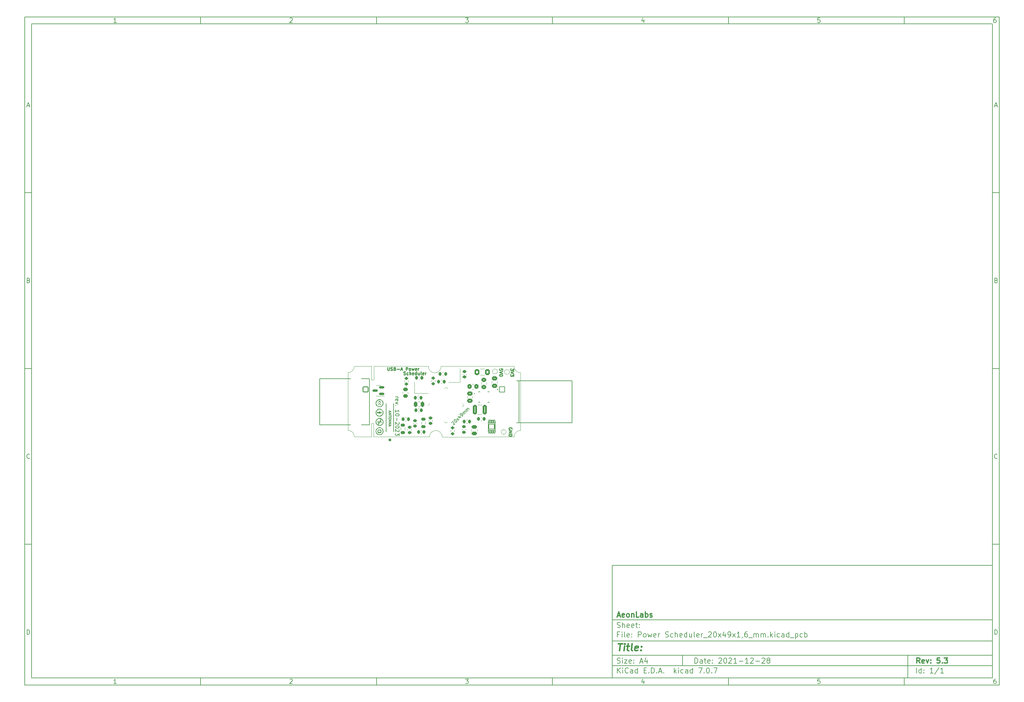
<source format=gbr>
G04 #@! TF.GenerationSoftware,KiCad,Pcbnew,7.0.7*
G04 #@! TF.CreationDate,2023-09-06T15:28:22+02:00*
G04 #@! TF.ProjectId,Power Scheduler_20x49x1_6_mm,506f7765-7220-4536-9368-6564756c6572,5.3*
G04 #@! TF.SameCoordinates,Original*
G04 #@! TF.FileFunction,Legend,Top*
G04 #@! TF.FilePolarity,Positive*
%FSLAX46Y46*%
G04 Gerber Fmt 4.6, Leading zero omitted, Abs format (unit mm)*
G04 Created by KiCad (PCBNEW 7.0.7) date 2023-09-06 15:28:22*
%MOMM*%
%LPD*%
G01*
G04 APERTURE LIST*
G04 Aperture macros list*
%AMRoundRect*
0 Rectangle with rounded corners*
0 $1 Rounding radius*
0 $2 $3 $4 $5 $6 $7 $8 $9 X,Y pos of 4 corners*
0 Add a 4 corners polygon primitive as box body*
4,1,4,$2,$3,$4,$5,$6,$7,$8,$9,$2,$3,0*
0 Add four circle primitives for the rounded corners*
1,1,$1+$1,$2,$3*
1,1,$1+$1,$4,$5*
1,1,$1+$1,$6,$7*
1,1,$1+$1,$8,$9*
0 Add four rect primitives between the rounded corners*
20,1,$1+$1,$2,$3,$4,$5,0*
20,1,$1+$1,$4,$5,$6,$7,0*
20,1,$1+$1,$6,$7,$8,$9,0*
20,1,$1+$1,$8,$9,$2,$3,0*%
%AMRotRect*
0 Rectangle, with rotation*
0 The origin of the aperture is its center*
0 $1 length*
0 $2 width*
0 $3 Rotation angle, in degrees counterclockwise*
0 Add horizontal line*
21,1,$1,$2,0,0,$3*%
G04 Aperture macros list end*
%ADD10C,0.100000*%
%ADD11C,0.150000*%
%ADD12C,0.300000*%
%ADD13C,0.400000*%
%ADD14C,0.225000*%
%ADD15C,0.200000*%
%ADD16C,0.120000*%
%ADD17C,0.127000*%
%ADD18C,0.381000*%
%ADD19RoundRect,0.225000X-0.250000X0.225000X-0.250000X-0.225000X0.250000X-0.225000X0.250000X0.225000X0*%
%ADD20R,0.840000X0.420000*%
%ADD21R,1.600000X2.500000*%
%ADD22RoundRect,0.250001X-0.462499X-0.624999X0.462499X-0.624999X0.462499X0.624999X-0.462499X0.624999X0*%
%ADD23RoundRect,0.102000X0.150000X-0.425000X0.150000X0.425000X-0.150000X0.425000X-0.150000X-0.425000X0*%
%ADD24RoundRect,0.102000X0.800000X-0.700000X0.800000X0.700000X-0.800000X0.700000X-0.800000X-0.700000X0*%
%ADD25C,2.300000*%
%ADD26RoundRect,0.102000X-0.714000X0.714000X-0.714000X-0.714000X0.714000X-0.714000X0.714000X0.714000X0*%
%ADD27C,1.632000*%
%ADD28C,1.250000*%
%ADD29RoundRect,0.076200X0.754000X-0.754000X0.754000X0.754000X-0.754000X0.754000X-0.754000X-0.754000X0*%
%ADD30C,1.660400*%
%ADD31O,3.302400X1.727400*%
%ADD32RoundRect,0.250000X0.475000X-0.250000X0.475000X0.250000X-0.475000X0.250000X-0.475000X-0.250000X0*%
%ADD33RoundRect,0.225000X-0.225000X-0.250000X0.225000X-0.250000X0.225000X0.250000X-0.225000X0.250000X0*%
%ADD34R,1.300000X1.000000*%
%ADD35RoundRect,0.225000X0.225000X0.250000X-0.225000X0.250000X-0.225000X-0.250000X0.225000X-0.250000X0*%
%ADD36RoundRect,0.050000X-0.238649X-0.309359X0.309359X0.238649X0.238649X0.309359X-0.309359X-0.238649X0*%
%ADD37RoundRect,0.002500X0.000000X-0.003536X0.003536X0.000000X0.000000X0.003536X-0.003536X0.000000X0*%
%ADD38RoundRect,0.050000X0.238649X-0.309359X0.309359X-0.238649X-0.238649X0.309359X-0.309359X0.238649X0*%
%ADD39RotRect,5.600000X5.600000X45.000000*%
%ADD40RoundRect,0.200000X0.275000X-0.200000X0.275000X0.200000X-0.275000X0.200000X-0.275000X-0.200000X0*%
%ADD41RoundRect,0.250000X-0.450000X0.262500X-0.450000X-0.262500X0.450000X-0.262500X0.450000X0.262500X0*%
%ADD42RoundRect,0.250000X-0.350000X-0.450000X0.350000X-0.450000X0.350000X0.450000X-0.350000X0.450000X0*%
%ADD43C,1.000000*%
%ADD44RoundRect,0.200000X-0.275000X0.200000X-0.275000X-0.200000X0.275000X-0.200000X0.275000X0.200000X0*%
%ADD45RoundRect,0.225000X0.250000X-0.225000X0.250000X0.225000X-0.250000X0.225000X-0.250000X-0.225000X0*%
%ADD46RoundRect,0.250000X-0.475000X0.337500X-0.475000X-0.337500X0.475000X-0.337500X0.475000X0.337500X0*%
%ADD47R,2.100000X1.400000*%
%ADD48RoundRect,0.218750X0.381250X-0.218750X0.381250X0.218750X-0.381250X0.218750X-0.381250X-0.218750X0*%
%ADD49RoundRect,0.250000X-0.250000X-0.475000X0.250000X-0.475000X0.250000X0.475000X-0.250000X0.475000X0*%
%ADD50RoundRect,0.250000X-0.375000X-1.075000X0.375000X-1.075000X0.375000X1.075000X-0.375000X1.075000X0*%
%ADD51RoundRect,0.250000X0.450000X-0.350000X0.450000X0.350000X-0.450000X0.350000X-0.450000X-0.350000X0*%
%ADD52RoundRect,0.250000X0.475000X-0.337500X0.475000X0.337500X-0.475000X0.337500X-0.475000X-0.337500X0*%
%ADD53R,1.000000X1.300000*%
%ADD54RoundRect,0.150000X0.587500X0.150000X-0.587500X0.150000X-0.587500X-0.150000X0.587500X-0.150000X0*%
%ADD55C,0.700000*%
%ADD56O,0.800000X1.500000*%
G04 #@! TA.AperFunction,Profile*
%ADD57C,0.050000*%
G04 #@! TD*
G04 APERTURE END LIST*
D10*
D11*
X177002200Y-166007200D02*
X285002200Y-166007200D01*
X285002200Y-198007200D01*
X177002200Y-198007200D01*
X177002200Y-166007200D01*
D10*
D11*
X10000000Y-10000000D02*
X287002200Y-10000000D01*
X287002200Y-200007200D01*
X10000000Y-200007200D01*
X10000000Y-10000000D01*
D10*
D11*
X12000000Y-12000000D02*
X285002200Y-12000000D01*
X285002200Y-198007200D01*
X12000000Y-198007200D01*
X12000000Y-12000000D01*
D10*
D11*
X60000000Y-12000000D02*
X60000000Y-10000000D01*
D10*
D11*
X110000000Y-12000000D02*
X110000000Y-10000000D01*
D10*
D11*
X160000000Y-12000000D02*
X160000000Y-10000000D01*
D10*
D11*
X210000000Y-12000000D02*
X210000000Y-10000000D01*
D10*
D11*
X260000000Y-12000000D02*
X260000000Y-10000000D01*
D10*
D11*
X36089160Y-11593604D02*
X35346303Y-11593604D01*
X35717731Y-11593604D02*
X35717731Y-10293604D01*
X35717731Y-10293604D02*
X35593922Y-10479319D01*
X35593922Y-10479319D02*
X35470112Y-10603128D01*
X35470112Y-10603128D02*
X35346303Y-10665033D01*
D10*
D11*
X85346303Y-10417414D02*
X85408207Y-10355509D01*
X85408207Y-10355509D02*
X85532017Y-10293604D01*
X85532017Y-10293604D02*
X85841541Y-10293604D01*
X85841541Y-10293604D02*
X85965350Y-10355509D01*
X85965350Y-10355509D02*
X86027255Y-10417414D01*
X86027255Y-10417414D02*
X86089160Y-10541223D01*
X86089160Y-10541223D02*
X86089160Y-10665033D01*
X86089160Y-10665033D02*
X86027255Y-10850747D01*
X86027255Y-10850747D02*
X85284398Y-11593604D01*
X85284398Y-11593604D02*
X86089160Y-11593604D01*
D10*
D11*
X135284398Y-10293604D02*
X136089160Y-10293604D01*
X136089160Y-10293604D02*
X135655826Y-10788842D01*
X135655826Y-10788842D02*
X135841541Y-10788842D01*
X135841541Y-10788842D02*
X135965350Y-10850747D01*
X135965350Y-10850747D02*
X136027255Y-10912652D01*
X136027255Y-10912652D02*
X136089160Y-11036461D01*
X136089160Y-11036461D02*
X136089160Y-11345985D01*
X136089160Y-11345985D02*
X136027255Y-11469795D01*
X136027255Y-11469795D02*
X135965350Y-11531700D01*
X135965350Y-11531700D02*
X135841541Y-11593604D01*
X135841541Y-11593604D02*
X135470112Y-11593604D01*
X135470112Y-11593604D02*
X135346303Y-11531700D01*
X135346303Y-11531700D02*
X135284398Y-11469795D01*
D10*
D11*
X185965350Y-10726938D02*
X185965350Y-11593604D01*
X185655826Y-10231700D02*
X185346303Y-11160271D01*
X185346303Y-11160271D02*
X186151064Y-11160271D01*
D10*
D11*
X236027255Y-10293604D02*
X235408207Y-10293604D01*
X235408207Y-10293604D02*
X235346303Y-10912652D01*
X235346303Y-10912652D02*
X235408207Y-10850747D01*
X235408207Y-10850747D02*
X235532017Y-10788842D01*
X235532017Y-10788842D02*
X235841541Y-10788842D01*
X235841541Y-10788842D02*
X235965350Y-10850747D01*
X235965350Y-10850747D02*
X236027255Y-10912652D01*
X236027255Y-10912652D02*
X236089160Y-11036461D01*
X236089160Y-11036461D02*
X236089160Y-11345985D01*
X236089160Y-11345985D02*
X236027255Y-11469795D01*
X236027255Y-11469795D02*
X235965350Y-11531700D01*
X235965350Y-11531700D02*
X235841541Y-11593604D01*
X235841541Y-11593604D02*
X235532017Y-11593604D01*
X235532017Y-11593604D02*
X235408207Y-11531700D01*
X235408207Y-11531700D02*
X235346303Y-11469795D01*
D10*
D11*
X285965350Y-10293604D02*
X285717731Y-10293604D01*
X285717731Y-10293604D02*
X285593922Y-10355509D01*
X285593922Y-10355509D02*
X285532017Y-10417414D01*
X285532017Y-10417414D02*
X285408207Y-10603128D01*
X285408207Y-10603128D02*
X285346303Y-10850747D01*
X285346303Y-10850747D02*
X285346303Y-11345985D01*
X285346303Y-11345985D02*
X285408207Y-11469795D01*
X285408207Y-11469795D02*
X285470112Y-11531700D01*
X285470112Y-11531700D02*
X285593922Y-11593604D01*
X285593922Y-11593604D02*
X285841541Y-11593604D01*
X285841541Y-11593604D02*
X285965350Y-11531700D01*
X285965350Y-11531700D02*
X286027255Y-11469795D01*
X286027255Y-11469795D02*
X286089160Y-11345985D01*
X286089160Y-11345985D02*
X286089160Y-11036461D01*
X286089160Y-11036461D02*
X286027255Y-10912652D01*
X286027255Y-10912652D02*
X285965350Y-10850747D01*
X285965350Y-10850747D02*
X285841541Y-10788842D01*
X285841541Y-10788842D02*
X285593922Y-10788842D01*
X285593922Y-10788842D02*
X285470112Y-10850747D01*
X285470112Y-10850747D02*
X285408207Y-10912652D01*
X285408207Y-10912652D02*
X285346303Y-11036461D01*
D10*
D11*
X60000000Y-198007200D02*
X60000000Y-200007200D01*
D10*
D11*
X110000000Y-198007200D02*
X110000000Y-200007200D01*
D10*
D11*
X160000000Y-198007200D02*
X160000000Y-200007200D01*
D10*
D11*
X210000000Y-198007200D02*
X210000000Y-200007200D01*
D10*
D11*
X260000000Y-198007200D02*
X260000000Y-200007200D01*
D10*
D11*
X36089160Y-199600804D02*
X35346303Y-199600804D01*
X35717731Y-199600804D02*
X35717731Y-198300804D01*
X35717731Y-198300804D02*
X35593922Y-198486519D01*
X35593922Y-198486519D02*
X35470112Y-198610328D01*
X35470112Y-198610328D02*
X35346303Y-198672233D01*
D10*
D11*
X85346303Y-198424614D02*
X85408207Y-198362709D01*
X85408207Y-198362709D02*
X85532017Y-198300804D01*
X85532017Y-198300804D02*
X85841541Y-198300804D01*
X85841541Y-198300804D02*
X85965350Y-198362709D01*
X85965350Y-198362709D02*
X86027255Y-198424614D01*
X86027255Y-198424614D02*
X86089160Y-198548423D01*
X86089160Y-198548423D02*
X86089160Y-198672233D01*
X86089160Y-198672233D02*
X86027255Y-198857947D01*
X86027255Y-198857947D02*
X85284398Y-199600804D01*
X85284398Y-199600804D02*
X86089160Y-199600804D01*
D10*
D11*
X135284398Y-198300804D02*
X136089160Y-198300804D01*
X136089160Y-198300804D02*
X135655826Y-198796042D01*
X135655826Y-198796042D02*
X135841541Y-198796042D01*
X135841541Y-198796042D02*
X135965350Y-198857947D01*
X135965350Y-198857947D02*
X136027255Y-198919852D01*
X136027255Y-198919852D02*
X136089160Y-199043661D01*
X136089160Y-199043661D02*
X136089160Y-199353185D01*
X136089160Y-199353185D02*
X136027255Y-199476995D01*
X136027255Y-199476995D02*
X135965350Y-199538900D01*
X135965350Y-199538900D02*
X135841541Y-199600804D01*
X135841541Y-199600804D02*
X135470112Y-199600804D01*
X135470112Y-199600804D02*
X135346303Y-199538900D01*
X135346303Y-199538900D02*
X135284398Y-199476995D01*
D10*
D11*
X185965350Y-198734138D02*
X185965350Y-199600804D01*
X185655826Y-198238900D02*
X185346303Y-199167471D01*
X185346303Y-199167471D02*
X186151064Y-199167471D01*
D10*
D11*
X236027255Y-198300804D02*
X235408207Y-198300804D01*
X235408207Y-198300804D02*
X235346303Y-198919852D01*
X235346303Y-198919852D02*
X235408207Y-198857947D01*
X235408207Y-198857947D02*
X235532017Y-198796042D01*
X235532017Y-198796042D02*
X235841541Y-198796042D01*
X235841541Y-198796042D02*
X235965350Y-198857947D01*
X235965350Y-198857947D02*
X236027255Y-198919852D01*
X236027255Y-198919852D02*
X236089160Y-199043661D01*
X236089160Y-199043661D02*
X236089160Y-199353185D01*
X236089160Y-199353185D02*
X236027255Y-199476995D01*
X236027255Y-199476995D02*
X235965350Y-199538900D01*
X235965350Y-199538900D02*
X235841541Y-199600804D01*
X235841541Y-199600804D02*
X235532017Y-199600804D01*
X235532017Y-199600804D02*
X235408207Y-199538900D01*
X235408207Y-199538900D02*
X235346303Y-199476995D01*
D10*
D11*
X285965350Y-198300804D02*
X285717731Y-198300804D01*
X285717731Y-198300804D02*
X285593922Y-198362709D01*
X285593922Y-198362709D02*
X285532017Y-198424614D01*
X285532017Y-198424614D02*
X285408207Y-198610328D01*
X285408207Y-198610328D02*
X285346303Y-198857947D01*
X285346303Y-198857947D02*
X285346303Y-199353185D01*
X285346303Y-199353185D02*
X285408207Y-199476995D01*
X285408207Y-199476995D02*
X285470112Y-199538900D01*
X285470112Y-199538900D02*
X285593922Y-199600804D01*
X285593922Y-199600804D02*
X285841541Y-199600804D01*
X285841541Y-199600804D02*
X285965350Y-199538900D01*
X285965350Y-199538900D02*
X286027255Y-199476995D01*
X286027255Y-199476995D02*
X286089160Y-199353185D01*
X286089160Y-199353185D02*
X286089160Y-199043661D01*
X286089160Y-199043661D02*
X286027255Y-198919852D01*
X286027255Y-198919852D02*
X285965350Y-198857947D01*
X285965350Y-198857947D02*
X285841541Y-198796042D01*
X285841541Y-198796042D02*
X285593922Y-198796042D01*
X285593922Y-198796042D02*
X285470112Y-198857947D01*
X285470112Y-198857947D02*
X285408207Y-198919852D01*
X285408207Y-198919852D02*
X285346303Y-199043661D01*
D10*
D11*
X10000000Y-60000000D02*
X12000000Y-60000000D01*
D10*
D11*
X10000000Y-110000000D02*
X12000000Y-110000000D01*
D10*
D11*
X10000000Y-160000000D02*
X12000000Y-160000000D01*
D10*
D11*
X10690476Y-35222176D02*
X11309523Y-35222176D01*
X10566666Y-35593604D02*
X10999999Y-34293604D01*
X10999999Y-34293604D02*
X11433333Y-35593604D01*
D10*
D11*
X11092857Y-84912652D02*
X11278571Y-84974557D01*
X11278571Y-84974557D02*
X11340476Y-85036461D01*
X11340476Y-85036461D02*
X11402380Y-85160271D01*
X11402380Y-85160271D02*
X11402380Y-85345985D01*
X11402380Y-85345985D02*
X11340476Y-85469795D01*
X11340476Y-85469795D02*
X11278571Y-85531700D01*
X11278571Y-85531700D02*
X11154761Y-85593604D01*
X11154761Y-85593604D02*
X10659523Y-85593604D01*
X10659523Y-85593604D02*
X10659523Y-84293604D01*
X10659523Y-84293604D02*
X11092857Y-84293604D01*
X11092857Y-84293604D02*
X11216666Y-84355509D01*
X11216666Y-84355509D02*
X11278571Y-84417414D01*
X11278571Y-84417414D02*
X11340476Y-84541223D01*
X11340476Y-84541223D02*
X11340476Y-84665033D01*
X11340476Y-84665033D02*
X11278571Y-84788842D01*
X11278571Y-84788842D02*
X11216666Y-84850747D01*
X11216666Y-84850747D02*
X11092857Y-84912652D01*
X11092857Y-84912652D02*
X10659523Y-84912652D01*
D10*
D11*
X11402380Y-135469795D02*
X11340476Y-135531700D01*
X11340476Y-135531700D02*
X11154761Y-135593604D01*
X11154761Y-135593604D02*
X11030952Y-135593604D01*
X11030952Y-135593604D02*
X10845238Y-135531700D01*
X10845238Y-135531700D02*
X10721428Y-135407890D01*
X10721428Y-135407890D02*
X10659523Y-135284080D01*
X10659523Y-135284080D02*
X10597619Y-135036461D01*
X10597619Y-135036461D02*
X10597619Y-134850747D01*
X10597619Y-134850747D02*
X10659523Y-134603128D01*
X10659523Y-134603128D02*
X10721428Y-134479319D01*
X10721428Y-134479319D02*
X10845238Y-134355509D01*
X10845238Y-134355509D02*
X11030952Y-134293604D01*
X11030952Y-134293604D02*
X11154761Y-134293604D01*
X11154761Y-134293604D02*
X11340476Y-134355509D01*
X11340476Y-134355509D02*
X11402380Y-134417414D01*
D10*
D11*
X10659523Y-185593604D02*
X10659523Y-184293604D01*
X10659523Y-184293604D02*
X10969047Y-184293604D01*
X10969047Y-184293604D02*
X11154761Y-184355509D01*
X11154761Y-184355509D02*
X11278571Y-184479319D01*
X11278571Y-184479319D02*
X11340476Y-184603128D01*
X11340476Y-184603128D02*
X11402380Y-184850747D01*
X11402380Y-184850747D02*
X11402380Y-185036461D01*
X11402380Y-185036461D02*
X11340476Y-185284080D01*
X11340476Y-185284080D02*
X11278571Y-185407890D01*
X11278571Y-185407890D02*
X11154761Y-185531700D01*
X11154761Y-185531700D02*
X10969047Y-185593604D01*
X10969047Y-185593604D02*
X10659523Y-185593604D01*
D10*
D11*
X287002200Y-60000000D02*
X285002200Y-60000000D01*
D10*
D11*
X287002200Y-110000000D02*
X285002200Y-110000000D01*
D10*
D11*
X287002200Y-160000000D02*
X285002200Y-160000000D01*
D10*
D11*
X285692676Y-35222176D02*
X286311723Y-35222176D01*
X285568866Y-35593604D02*
X286002199Y-34293604D01*
X286002199Y-34293604D02*
X286435533Y-35593604D01*
D10*
D11*
X286095057Y-84912652D02*
X286280771Y-84974557D01*
X286280771Y-84974557D02*
X286342676Y-85036461D01*
X286342676Y-85036461D02*
X286404580Y-85160271D01*
X286404580Y-85160271D02*
X286404580Y-85345985D01*
X286404580Y-85345985D02*
X286342676Y-85469795D01*
X286342676Y-85469795D02*
X286280771Y-85531700D01*
X286280771Y-85531700D02*
X286156961Y-85593604D01*
X286156961Y-85593604D02*
X285661723Y-85593604D01*
X285661723Y-85593604D02*
X285661723Y-84293604D01*
X285661723Y-84293604D02*
X286095057Y-84293604D01*
X286095057Y-84293604D02*
X286218866Y-84355509D01*
X286218866Y-84355509D02*
X286280771Y-84417414D01*
X286280771Y-84417414D02*
X286342676Y-84541223D01*
X286342676Y-84541223D02*
X286342676Y-84665033D01*
X286342676Y-84665033D02*
X286280771Y-84788842D01*
X286280771Y-84788842D02*
X286218866Y-84850747D01*
X286218866Y-84850747D02*
X286095057Y-84912652D01*
X286095057Y-84912652D02*
X285661723Y-84912652D01*
D10*
D11*
X286404580Y-135469795D02*
X286342676Y-135531700D01*
X286342676Y-135531700D02*
X286156961Y-135593604D01*
X286156961Y-135593604D02*
X286033152Y-135593604D01*
X286033152Y-135593604D02*
X285847438Y-135531700D01*
X285847438Y-135531700D02*
X285723628Y-135407890D01*
X285723628Y-135407890D02*
X285661723Y-135284080D01*
X285661723Y-135284080D02*
X285599819Y-135036461D01*
X285599819Y-135036461D02*
X285599819Y-134850747D01*
X285599819Y-134850747D02*
X285661723Y-134603128D01*
X285661723Y-134603128D02*
X285723628Y-134479319D01*
X285723628Y-134479319D02*
X285847438Y-134355509D01*
X285847438Y-134355509D02*
X286033152Y-134293604D01*
X286033152Y-134293604D02*
X286156961Y-134293604D01*
X286156961Y-134293604D02*
X286342676Y-134355509D01*
X286342676Y-134355509D02*
X286404580Y-134417414D01*
D10*
D11*
X285661723Y-185593604D02*
X285661723Y-184293604D01*
X285661723Y-184293604D02*
X285971247Y-184293604D01*
X285971247Y-184293604D02*
X286156961Y-184355509D01*
X286156961Y-184355509D02*
X286280771Y-184479319D01*
X286280771Y-184479319D02*
X286342676Y-184603128D01*
X286342676Y-184603128D02*
X286404580Y-184850747D01*
X286404580Y-184850747D02*
X286404580Y-185036461D01*
X286404580Y-185036461D02*
X286342676Y-185284080D01*
X286342676Y-185284080D02*
X286280771Y-185407890D01*
X286280771Y-185407890D02*
X286156961Y-185531700D01*
X286156961Y-185531700D02*
X285971247Y-185593604D01*
X285971247Y-185593604D02*
X285661723Y-185593604D01*
D10*
D11*
X200458026Y-193793328D02*
X200458026Y-192293328D01*
X200458026Y-192293328D02*
X200815169Y-192293328D01*
X200815169Y-192293328D02*
X201029455Y-192364757D01*
X201029455Y-192364757D02*
X201172312Y-192507614D01*
X201172312Y-192507614D02*
X201243741Y-192650471D01*
X201243741Y-192650471D02*
X201315169Y-192936185D01*
X201315169Y-192936185D02*
X201315169Y-193150471D01*
X201315169Y-193150471D02*
X201243741Y-193436185D01*
X201243741Y-193436185D02*
X201172312Y-193579042D01*
X201172312Y-193579042D02*
X201029455Y-193721900D01*
X201029455Y-193721900D02*
X200815169Y-193793328D01*
X200815169Y-193793328D02*
X200458026Y-193793328D01*
X202600884Y-193793328D02*
X202600884Y-193007614D01*
X202600884Y-193007614D02*
X202529455Y-192864757D01*
X202529455Y-192864757D02*
X202386598Y-192793328D01*
X202386598Y-192793328D02*
X202100884Y-192793328D01*
X202100884Y-192793328D02*
X201958026Y-192864757D01*
X202600884Y-193721900D02*
X202458026Y-193793328D01*
X202458026Y-193793328D02*
X202100884Y-193793328D01*
X202100884Y-193793328D02*
X201958026Y-193721900D01*
X201958026Y-193721900D02*
X201886598Y-193579042D01*
X201886598Y-193579042D02*
X201886598Y-193436185D01*
X201886598Y-193436185D02*
X201958026Y-193293328D01*
X201958026Y-193293328D02*
X202100884Y-193221900D01*
X202100884Y-193221900D02*
X202458026Y-193221900D01*
X202458026Y-193221900D02*
X202600884Y-193150471D01*
X203100884Y-192793328D02*
X203672312Y-192793328D01*
X203315169Y-192293328D02*
X203315169Y-193579042D01*
X203315169Y-193579042D02*
X203386598Y-193721900D01*
X203386598Y-193721900D02*
X203529455Y-193793328D01*
X203529455Y-193793328D02*
X203672312Y-193793328D01*
X204743741Y-193721900D02*
X204600884Y-193793328D01*
X204600884Y-193793328D02*
X204315170Y-193793328D01*
X204315170Y-193793328D02*
X204172312Y-193721900D01*
X204172312Y-193721900D02*
X204100884Y-193579042D01*
X204100884Y-193579042D02*
X204100884Y-193007614D01*
X204100884Y-193007614D02*
X204172312Y-192864757D01*
X204172312Y-192864757D02*
X204315170Y-192793328D01*
X204315170Y-192793328D02*
X204600884Y-192793328D01*
X204600884Y-192793328D02*
X204743741Y-192864757D01*
X204743741Y-192864757D02*
X204815170Y-193007614D01*
X204815170Y-193007614D02*
X204815170Y-193150471D01*
X204815170Y-193150471D02*
X204100884Y-193293328D01*
X205458026Y-193650471D02*
X205529455Y-193721900D01*
X205529455Y-193721900D02*
X205458026Y-193793328D01*
X205458026Y-193793328D02*
X205386598Y-193721900D01*
X205386598Y-193721900D02*
X205458026Y-193650471D01*
X205458026Y-193650471D02*
X205458026Y-193793328D01*
X205458026Y-192864757D02*
X205529455Y-192936185D01*
X205529455Y-192936185D02*
X205458026Y-193007614D01*
X205458026Y-193007614D02*
X205386598Y-192936185D01*
X205386598Y-192936185D02*
X205458026Y-192864757D01*
X205458026Y-192864757D02*
X205458026Y-193007614D01*
X207243741Y-192436185D02*
X207315169Y-192364757D01*
X207315169Y-192364757D02*
X207458027Y-192293328D01*
X207458027Y-192293328D02*
X207815169Y-192293328D01*
X207815169Y-192293328D02*
X207958027Y-192364757D01*
X207958027Y-192364757D02*
X208029455Y-192436185D01*
X208029455Y-192436185D02*
X208100884Y-192579042D01*
X208100884Y-192579042D02*
X208100884Y-192721900D01*
X208100884Y-192721900D02*
X208029455Y-192936185D01*
X208029455Y-192936185D02*
X207172312Y-193793328D01*
X207172312Y-193793328D02*
X208100884Y-193793328D01*
X209029455Y-192293328D02*
X209172312Y-192293328D01*
X209172312Y-192293328D02*
X209315169Y-192364757D01*
X209315169Y-192364757D02*
X209386598Y-192436185D01*
X209386598Y-192436185D02*
X209458026Y-192579042D01*
X209458026Y-192579042D02*
X209529455Y-192864757D01*
X209529455Y-192864757D02*
X209529455Y-193221900D01*
X209529455Y-193221900D02*
X209458026Y-193507614D01*
X209458026Y-193507614D02*
X209386598Y-193650471D01*
X209386598Y-193650471D02*
X209315169Y-193721900D01*
X209315169Y-193721900D02*
X209172312Y-193793328D01*
X209172312Y-193793328D02*
X209029455Y-193793328D01*
X209029455Y-193793328D02*
X208886598Y-193721900D01*
X208886598Y-193721900D02*
X208815169Y-193650471D01*
X208815169Y-193650471D02*
X208743740Y-193507614D01*
X208743740Y-193507614D02*
X208672312Y-193221900D01*
X208672312Y-193221900D02*
X208672312Y-192864757D01*
X208672312Y-192864757D02*
X208743740Y-192579042D01*
X208743740Y-192579042D02*
X208815169Y-192436185D01*
X208815169Y-192436185D02*
X208886598Y-192364757D01*
X208886598Y-192364757D02*
X209029455Y-192293328D01*
X210100883Y-192436185D02*
X210172311Y-192364757D01*
X210172311Y-192364757D02*
X210315169Y-192293328D01*
X210315169Y-192293328D02*
X210672311Y-192293328D01*
X210672311Y-192293328D02*
X210815169Y-192364757D01*
X210815169Y-192364757D02*
X210886597Y-192436185D01*
X210886597Y-192436185D02*
X210958026Y-192579042D01*
X210958026Y-192579042D02*
X210958026Y-192721900D01*
X210958026Y-192721900D02*
X210886597Y-192936185D01*
X210886597Y-192936185D02*
X210029454Y-193793328D01*
X210029454Y-193793328D02*
X210958026Y-193793328D01*
X212386597Y-193793328D02*
X211529454Y-193793328D01*
X211958025Y-193793328D02*
X211958025Y-192293328D01*
X211958025Y-192293328D02*
X211815168Y-192507614D01*
X211815168Y-192507614D02*
X211672311Y-192650471D01*
X211672311Y-192650471D02*
X211529454Y-192721900D01*
X213029453Y-193221900D02*
X214172311Y-193221900D01*
X215672311Y-193793328D02*
X214815168Y-193793328D01*
X215243739Y-193793328D02*
X215243739Y-192293328D01*
X215243739Y-192293328D02*
X215100882Y-192507614D01*
X215100882Y-192507614D02*
X214958025Y-192650471D01*
X214958025Y-192650471D02*
X214815168Y-192721900D01*
X216243739Y-192436185D02*
X216315167Y-192364757D01*
X216315167Y-192364757D02*
X216458025Y-192293328D01*
X216458025Y-192293328D02*
X216815167Y-192293328D01*
X216815167Y-192293328D02*
X216958025Y-192364757D01*
X216958025Y-192364757D02*
X217029453Y-192436185D01*
X217029453Y-192436185D02*
X217100882Y-192579042D01*
X217100882Y-192579042D02*
X217100882Y-192721900D01*
X217100882Y-192721900D02*
X217029453Y-192936185D01*
X217029453Y-192936185D02*
X216172310Y-193793328D01*
X216172310Y-193793328D02*
X217100882Y-193793328D01*
X217743738Y-193221900D02*
X218886596Y-193221900D01*
X219529453Y-192436185D02*
X219600881Y-192364757D01*
X219600881Y-192364757D02*
X219743739Y-192293328D01*
X219743739Y-192293328D02*
X220100881Y-192293328D01*
X220100881Y-192293328D02*
X220243739Y-192364757D01*
X220243739Y-192364757D02*
X220315167Y-192436185D01*
X220315167Y-192436185D02*
X220386596Y-192579042D01*
X220386596Y-192579042D02*
X220386596Y-192721900D01*
X220386596Y-192721900D02*
X220315167Y-192936185D01*
X220315167Y-192936185D02*
X219458024Y-193793328D01*
X219458024Y-193793328D02*
X220386596Y-193793328D01*
X221243738Y-192936185D02*
X221100881Y-192864757D01*
X221100881Y-192864757D02*
X221029452Y-192793328D01*
X221029452Y-192793328D02*
X220958024Y-192650471D01*
X220958024Y-192650471D02*
X220958024Y-192579042D01*
X220958024Y-192579042D02*
X221029452Y-192436185D01*
X221029452Y-192436185D02*
X221100881Y-192364757D01*
X221100881Y-192364757D02*
X221243738Y-192293328D01*
X221243738Y-192293328D02*
X221529452Y-192293328D01*
X221529452Y-192293328D02*
X221672310Y-192364757D01*
X221672310Y-192364757D02*
X221743738Y-192436185D01*
X221743738Y-192436185D02*
X221815167Y-192579042D01*
X221815167Y-192579042D02*
X221815167Y-192650471D01*
X221815167Y-192650471D02*
X221743738Y-192793328D01*
X221743738Y-192793328D02*
X221672310Y-192864757D01*
X221672310Y-192864757D02*
X221529452Y-192936185D01*
X221529452Y-192936185D02*
X221243738Y-192936185D01*
X221243738Y-192936185D02*
X221100881Y-193007614D01*
X221100881Y-193007614D02*
X221029452Y-193079042D01*
X221029452Y-193079042D02*
X220958024Y-193221900D01*
X220958024Y-193221900D02*
X220958024Y-193507614D01*
X220958024Y-193507614D02*
X221029452Y-193650471D01*
X221029452Y-193650471D02*
X221100881Y-193721900D01*
X221100881Y-193721900D02*
X221243738Y-193793328D01*
X221243738Y-193793328D02*
X221529452Y-193793328D01*
X221529452Y-193793328D02*
X221672310Y-193721900D01*
X221672310Y-193721900D02*
X221743738Y-193650471D01*
X221743738Y-193650471D02*
X221815167Y-193507614D01*
X221815167Y-193507614D02*
X221815167Y-193221900D01*
X221815167Y-193221900D02*
X221743738Y-193079042D01*
X221743738Y-193079042D02*
X221672310Y-193007614D01*
X221672310Y-193007614D02*
X221529452Y-192936185D01*
D10*
D11*
X177002200Y-194507200D02*
X285002200Y-194507200D01*
D10*
D11*
X178458026Y-196593328D02*
X178458026Y-195093328D01*
X179315169Y-196593328D02*
X178672312Y-195736185D01*
X179315169Y-195093328D02*
X178458026Y-195950471D01*
X179958026Y-196593328D02*
X179958026Y-195593328D01*
X179958026Y-195093328D02*
X179886598Y-195164757D01*
X179886598Y-195164757D02*
X179958026Y-195236185D01*
X179958026Y-195236185D02*
X180029455Y-195164757D01*
X180029455Y-195164757D02*
X179958026Y-195093328D01*
X179958026Y-195093328D02*
X179958026Y-195236185D01*
X181529455Y-196450471D02*
X181458027Y-196521900D01*
X181458027Y-196521900D02*
X181243741Y-196593328D01*
X181243741Y-196593328D02*
X181100884Y-196593328D01*
X181100884Y-196593328D02*
X180886598Y-196521900D01*
X180886598Y-196521900D02*
X180743741Y-196379042D01*
X180743741Y-196379042D02*
X180672312Y-196236185D01*
X180672312Y-196236185D02*
X180600884Y-195950471D01*
X180600884Y-195950471D02*
X180600884Y-195736185D01*
X180600884Y-195736185D02*
X180672312Y-195450471D01*
X180672312Y-195450471D02*
X180743741Y-195307614D01*
X180743741Y-195307614D02*
X180886598Y-195164757D01*
X180886598Y-195164757D02*
X181100884Y-195093328D01*
X181100884Y-195093328D02*
X181243741Y-195093328D01*
X181243741Y-195093328D02*
X181458027Y-195164757D01*
X181458027Y-195164757D02*
X181529455Y-195236185D01*
X182815170Y-196593328D02*
X182815170Y-195807614D01*
X182815170Y-195807614D02*
X182743741Y-195664757D01*
X182743741Y-195664757D02*
X182600884Y-195593328D01*
X182600884Y-195593328D02*
X182315170Y-195593328D01*
X182315170Y-195593328D02*
X182172312Y-195664757D01*
X182815170Y-196521900D02*
X182672312Y-196593328D01*
X182672312Y-196593328D02*
X182315170Y-196593328D01*
X182315170Y-196593328D02*
X182172312Y-196521900D01*
X182172312Y-196521900D02*
X182100884Y-196379042D01*
X182100884Y-196379042D02*
X182100884Y-196236185D01*
X182100884Y-196236185D02*
X182172312Y-196093328D01*
X182172312Y-196093328D02*
X182315170Y-196021900D01*
X182315170Y-196021900D02*
X182672312Y-196021900D01*
X182672312Y-196021900D02*
X182815170Y-195950471D01*
X184172313Y-196593328D02*
X184172313Y-195093328D01*
X184172313Y-196521900D02*
X184029455Y-196593328D01*
X184029455Y-196593328D02*
X183743741Y-196593328D01*
X183743741Y-196593328D02*
X183600884Y-196521900D01*
X183600884Y-196521900D02*
X183529455Y-196450471D01*
X183529455Y-196450471D02*
X183458027Y-196307614D01*
X183458027Y-196307614D02*
X183458027Y-195879042D01*
X183458027Y-195879042D02*
X183529455Y-195736185D01*
X183529455Y-195736185D02*
X183600884Y-195664757D01*
X183600884Y-195664757D02*
X183743741Y-195593328D01*
X183743741Y-195593328D02*
X184029455Y-195593328D01*
X184029455Y-195593328D02*
X184172313Y-195664757D01*
X186029455Y-195807614D02*
X186529455Y-195807614D01*
X186743741Y-196593328D02*
X186029455Y-196593328D01*
X186029455Y-196593328D02*
X186029455Y-195093328D01*
X186029455Y-195093328D02*
X186743741Y-195093328D01*
X187386598Y-196450471D02*
X187458027Y-196521900D01*
X187458027Y-196521900D02*
X187386598Y-196593328D01*
X187386598Y-196593328D02*
X187315170Y-196521900D01*
X187315170Y-196521900D02*
X187386598Y-196450471D01*
X187386598Y-196450471D02*
X187386598Y-196593328D01*
X188100884Y-196593328D02*
X188100884Y-195093328D01*
X188100884Y-195093328D02*
X188458027Y-195093328D01*
X188458027Y-195093328D02*
X188672313Y-195164757D01*
X188672313Y-195164757D02*
X188815170Y-195307614D01*
X188815170Y-195307614D02*
X188886599Y-195450471D01*
X188886599Y-195450471D02*
X188958027Y-195736185D01*
X188958027Y-195736185D02*
X188958027Y-195950471D01*
X188958027Y-195950471D02*
X188886599Y-196236185D01*
X188886599Y-196236185D02*
X188815170Y-196379042D01*
X188815170Y-196379042D02*
X188672313Y-196521900D01*
X188672313Y-196521900D02*
X188458027Y-196593328D01*
X188458027Y-196593328D02*
X188100884Y-196593328D01*
X189600884Y-196450471D02*
X189672313Y-196521900D01*
X189672313Y-196521900D02*
X189600884Y-196593328D01*
X189600884Y-196593328D02*
X189529456Y-196521900D01*
X189529456Y-196521900D02*
X189600884Y-196450471D01*
X189600884Y-196450471D02*
X189600884Y-196593328D01*
X190243742Y-196164757D02*
X190958028Y-196164757D01*
X190100885Y-196593328D02*
X190600885Y-195093328D01*
X190600885Y-195093328D02*
X191100885Y-196593328D01*
X191600884Y-196450471D02*
X191672313Y-196521900D01*
X191672313Y-196521900D02*
X191600884Y-196593328D01*
X191600884Y-196593328D02*
X191529456Y-196521900D01*
X191529456Y-196521900D02*
X191600884Y-196450471D01*
X191600884Y-196450471D02*
X191600884Y-196593328D01*
X194600884Y-196593328D02*
X194600884Y-195093328D01*
X194743742Y-196021900D02*
X195172313Y-196593328D01*
X195172313Y-195593328D02*
X194600884Y-196164757D01*
X195815170Y-196593328D02*
X195815170Y-195593328D01*
X195815170Y-195093328D02*
X195743742Y-195164757D01*
X195743742Y-195164757D02*
X195815170Y-195236185D01*
X195815170Y-195236185D02*
X195886599Y-195164757D01*
X195886599Y-195164757D02*
X195815170Y-195093328D01*
X195815170Y-195093328D02*
X195815170Y-195236185D01*
X197172314Y-196521900D02*
X197029456Y-196593328D01*
X197029456Y-196593328D02*
X196743742Y-196593328D01*
X196743742Y-196593328D02*
X196600885Y-196521900D01*
X196600885Y-196521900D02*
X196529456Y-196450471D01*
X196529456Y-196450471D02*
X196458028Y-196307614D01*
X196458028Y-196307614D02*
X196458028Y-195879042D01*
X196458028Y-195879042D02*
X196529456Y-195736185D01*
X196529456Y-195736185D02*
X196600885Y-195664757D01*
X196600885Y-195664757D02*
X196743742Y-195593328D01*
X196743742Y-195593328D02*
X197029456Y-195593328D01*
X197029456Y-195593328D02*
X197172314Y-195664757D01*
X198458028Y-196593328D02*
X198458028Y-195807614D01*
X198458028Y-195807614D02*
X198386599Y-195664757D01*
X198386599Y-195664757D02*
X198243742Y-195593328D01*
X198243742Y-195593328D02*
X197958028Y-195593328D01*
X197958028Y-195593328D02*
X197815170Y-195664757D01*
X198458028Y-196521900D02*
X198315170Y-196593328D01*
X198315170Y-196593328D02*
X197958028Y-196593328D01*
X197958028Y-196593328D02*
X197815170Y-196521900D01*
X197815170Y-196521900D02*
X197743742Y-196379042D01*
X197743742Y-196379042D02*
X197743742Y-196236185D01*
X197743742Y-196236185D02*
X197815170Y-196093328D01*
X197815170Y-196093328D02*
X197958028Y-196021900D01*
X197958028Y-196021900D02*
X198315170Y-196021900D01*
X198315170Y-196021900D02*
X198458028Y-195950471D01*
X199815171Y-196593328D02*
X199815171Y-195093328D01*
X199815171Y-196521900D02*
X199672313Y-196593328D01*
X199672313Y-196593328D02*
X199386599Y-196593328D01*
X199386599Y-196593328D02*
X199243742Y-196521900D01*
X199243742Y-196521900D02*
X199172313Y-196450471D01*
X199172313Y-196450471D02*
X199100885Y-196307614D01*
X199100885Y-196307614D02*
X199100885Y-195879042D01*
X199100885Y-195879042D02*
X199172313Y-195736185D01*
X199172313Y-195736185D02*
X199243742Y-195664757D01*
X199243742Y-195664757D02*
X199386599Y-195593328D01*
X199386599Y-195593328D02*
X199672313Y-195593328D01*
X199672313Y-195593328D02*
X199815171Y-195664757D01*
X201529456Y-195093328D02*
X202529456Y-195093328D01*
X202529456Y-195093328D02*
X201886599Y-196593328D01*
X203100884Y-196450471D02*
X203172313Y-196521900D01*
X203172313Y-196521900D02*
X203100884Y-196593328D01*
X203100884Y-196593328D02*
X203029456Y-196521900D01*
X203029456Y-196521900D02*
X203100884Y-196450471D01*
X203100884Y-196450471D02*
X203100884Y-196593328D01*
X204100885Y-195093328D02*
X204243742Y-195093328D01*
X204243742Y-195093328D02*
X204386599Y-195164757D01*
X204386599Y-195164757D02*
X204458028Y-195236185D01*
X204458028Y-195236185D02*
X204529456Y-195379042D01*
X204529456Y-195379042D02*
X204600885Y-195664757D01*
X204600885Y-195664757D02*
X204600885Y-196021900D01*
X204600885Y-196021900D02*
X204529456Y-196307614D01*
X204529456Y-196307614D02*
X204458028Y-196450471D01*
X204458028Y-196450471D02*
X204386599Y-196521900D01*
X204386599Y-196521900D02*
X204243742Y-196593328D01*
X204243742Y-196593328D02*
X204100885Y-196593328D01*
X204100885Y-196593328D02*
X203958028Y-196521900D01*
X203958028Y-196521900D02*
X203886599Y-196450471D01*
X203886599Y-196450471D02*
X203815170Y-196307614D01*
X203815170Y-196307614D02*
X203743742Y-196021900D01*
X203743742Y-196021900D02*
X203743742Y-195664757D01*
X203743742Y-195664757D02*
X203815170Y-195379042D01*
X203815170Y-195379042D02*
X203886599Y-195236185D01*
X203886599Y-195236185D02*
X203958028Y-195164757D01*
X203958028Y-195164757D02*
X204100885Y-195093328D01*
X205243741Y-196450471D02*
X205315170Y-196521900D01*
X205315170Y-196521900D02*
X205243741Y-196593328D01*
X205243741Y-196593328D02*
X205172313Y-196521900D01*
X205172313Y-196521900D02*
X205243741Y-196450471D01*
X205243741Y-196450471D02*
X205243741Y-196593328D01*
X205815170Y-195093328D02*
X206815170Y-195093328D01*
X206815170Y-195093328D02*
X206172313Y-196593328D01*
D10*
D11*
X177002200Y-191507200D02*
X285002200Y-191507200D01*
D10*
D12*
X264413853Y-193785528D02*
X263913853Y-193071242D01*
X263556710Y-193785528D02*
X263556710Y-192285528D01*
X263556710Y-192285528D02*
X264128139Y-192285528D01*
X264128139Y-192285528D02*
X264270996Y-192356957D01*
X264270996Y-192356957D02*
X264342425Y-192428385D01*
X264342425Y-192428385D02*
X264413853Y-192571242D01*
X264413853Y-192571242D02*
X264413853Y-192785528D01*
X264413853Y-192785528D02*
X264342425Y-192928385D01*
X264342425Y-192928385D02*
X264270996Y-192999814D01*
X264270996Y-192999814D02*
X264128139Y-193071242D01*
X264128139Y-193071242D02*
X263556710Y-193071242D01*
X265628139Y-193714100D02*
X265485282Y-193785528D01*
X265485282Y-193785528D02*
X265199568Y-193785528D01*
X265199568Y-193785528D02*
X265056710Y-193714100D01*
X265056710Y-193714100D02*
X264985282Y-193571242D01*
X264985282Y-193571242D02*
X264985282Y-192999814D01*
X264985282Y-192999814D02*
X265056710Y-192856957D01*
X265056710Y-192856957D02*
X265199568Y-192785528D01*
X265199568Y-192785528D02*
X265485282Y-192785528D01*
X265485282Y-192785528D02*
X265628139Y-192856957D01*
X265628139Y-192856957D02*
X265699568Y-192999814D01*
X265699568Y-192999814D02*
X265699568Y-193142671D01*
X265699568Y-193142671D02*
X264985282Y-193285528D01*
X266199567Y-192785528D02*
X266556710Y-193785528D01*
X266556710Y-193785528D02*
X266913853Y-192785528D01*
X267485281Y-193642671D02*
X267556710Y-193714100D01*
X267556710Y-193714100D02*
X267485281Y-193785528D01*
X267485281Y-193785528D02*
X267413853Y-193714100D01*
X267413853Y-193714100D02*
X267485281Y-193642671D01*
X267485281Y-193642671D02*
X267485281Y-193785528D01*
X267485281Y-192856957D02*
X267556710Y-192928385D01*
X267556710Y-192928385D02*
X267485281Y-192999814D01*
X267485281Y-192999814D02*
X267413853Y-192928385D01*
X267413853Y-192928385D02*
X267485281Y-192856957D01*
X267485281Y-192856957D02*
X267485281Y-192999814D01*
X270056710Y-192285528D02*
X269342424Y-192285528D01*
X269342424Y-192285528D02*
X269270996Y-192999814D01*
X269270996Y-192999814D02*
X269342424Y-192928385D01*
X269342424Y-192928385D02*
X269485282Y-192856957D01*
X269485282Y-192856957D02*
X269842424Y-192856957D01*
X269842424Y-192856957D02*
X269985282Y-192928385D01*
X269985282Y-192928385D02*
X270056710Y-192999814D01*
X270056710Y-192999814D02*
X270128139Y-193142671D01*
X270128139Y-193142671D02*
X270128139Y-193499814D01*
X270128139Y-193499814D02*
X270056710Y-193642671D01*
X270056710Y-193642671D02*
X269985282Y-193714100D01*
X269985282Y-193714100D02*
X269842424Y-193785528D01*
X269842424Y-193785528D02*
X269485282Y-193785528D01*
X269485282Y-193785528D02*
X269342424Y-193714100D01*
X269342424Y-193714100D02*
X269270996Y-193642671D01*
X270770995Y-193642671D02*
X270842424Y-193714100D01*
X270842424Y-193714100D02*
X270770995Y-193785528D01*
X270770995Y-193785528D02*
X270699567Y-193714100D01*
X270699567Y-193714100D02*
X270770995Y-193642671D01*
X270770995Y-193642671D02*
X270770995Y-193785528D01*
X271342424Y-192285528D02*
X272270996Y-192285528D01*
X272270996Y-192285528D02*
X271770996Y-192856957D01*
X271770996Y-192856957D02*
X271985281Y-192856957D01*
X271985281Y-192856957D02*
X272128139Y-192928385D01*
X272128139Y-192928385D02*
X272199567Y-192999814D01*
X272199567Y-192999814D02*
X272270996Y-193142671D01*
X272270996Y-193142671D02*
X272270996Y-193499814D01*
X272270996Y-193499814D02*
X272199567Y-193642671D01*
X272199567Y-193642671D02*
X272128139Y-193714100D01*
X272128139Y-193714100D02*
X271985281Y-193785528D01*
X271985281Y-193785528D02*
X271556710Y-193785528D01*
X271556710Y-193785528D02*
X271413853Y-193714100D01*
X271413853Y-193714100D02*
X271342424Y-193642671D01*
D10*
D11*
X178386598Y-193721900D02*
X178600884Y-193793328D01*
X178600884Y-193793328D02*
X178958026Y-193793328D01*
X178958026Y-193793328D02*
X179100884Y-193721900D01*
X179100884Y-193721900D02*
X179172312Y-193650471D01*
X179172312Y-193650471D02*
X179243741Y-193507614D01*
X179243741Y-193507614D02*
X179243741Y-193364757D01*
X179243741Y-193364757D02*
X179172312Y-193221900D01*
X179172312Y-193221900D02*
X179100884Y-193150471D01*
X179100884Y-193150471D02*
X178958026Y-193079042D01*
X178958026Y-193079042D02*
X178672312Y-193007614D01*
X178672312Y-193007614D02*
X178529455Y-192936185D01*
X178529455Y-192936185D02*
X178458026Y-192864757D01*
X178458026Y-192864757D02*
X178386598Y-192721900D01*
X178386598Y-192721900D02*
X178386598Y-192579042D01*
X178386598Y-192579042D02*
X178458026Y-192436185D01*
X178458026Y-192436185D02*
X178529455Y-192364757D01*
X178529455Y-192364757D02*
X178672312Y-192293328D01*
X178672312Y-192293328D02*
X179029455Y-192293328D01*
X179029455Y-192293328D02*
X179243741Y-192364757D01*
X179886597Y-193793328D02*
X179886597Y-192793328D01*
X179886597Y-192293328D02*
X179815169Y-192364757D01*
X179815169Y-192364757D02*
X179886597Y-192436185D01*
X179886597Y-192436185D02*
X179958026Y-192364757D01*
X179958026Y-192364757D02*
X179886597Y-192293328D01*
X179886597Y-192293328D02*
X179886597Y-192436185D01*
X180458026Y-192793328D02*
X181243741Y-192793328D01*
X181243741Y-192793328D02*
X180458026Y-193793328D01*
X180458026Y-193793328D02*
X181243741Y-193793328D01*
X182386598Y-193721900D02*
X182243741Y-193793328D01*
X182243741Y-193793328D02*
X181958027Y-193793328D01*
X181958027Y-193793328D02*
X181815169Y-193721900D01*
X181815169Y-193721900D02*
X181743741Y-193579042D01*
X181743741Y-193579042D02*
X181743741Y-193007614D01*
X181743741Y-193007614D02*
X181815169Y-192864757D01*
X181815169Y-192864757D02*
X181958027Y-192793328D01*
X181958027Y-192793328D02*
X182243741Y-192793328D01*
X182243741Y-192793328D02*
X182386598Y-192864757D01*
X182386598Y-192864757D02*
X182458027Y-193007614D01*
X182458027Y-193007614D02*
X182458027Y-193150471D01*
X182458027Y-193150471D02*
X181743741Y-193293328D01*
X183100883Y-193650471D02*
X183172312Y-193721900D01*
X183172312Y-193721900D02*
X183100883Y-193793328D01*
X183100883Y-193793328D02*
X183029455Y-193721900D01*
X183029455Y-193721900D02*
X183100883Y-193650471D01*
X183100883Y-193650471D02*
X183100883Y-193793328D01*
X183100883Y-192864757D02*
X183172312Y-192936185D01*
X183172312Y-192936185D02*
X183100883Y-193007614D01*
X183100883Y-193007614D02*
X183029455Y-192936185D01*
X183029455Y-192936185D02*
X183100883Y-192864757D01*
X183100883Y-192864757D02*
X183100883Y-193007614D01*
X184886598Y-193364757D02*
X185600884Y-193364757D01*
X184743741Y-193793328D02*
X185243741Y-192293328D01*
X185243741Y-192293328D02*
X185743741Y-193793328D01*
X186886598Y-192793328D02*
X186886598Y-193793328D01*
X186529455Y-192221900D02*
X186172312Y-193293328D01*
X186172312Y-193293328D02*
X187100883Y-193293328D01*
D10*
D11*
X263458026Y-196593328D02*
X263458026Y-195093328D01*
X264815170Y-196593328D02*
X264815170Y-195093328D01*
X264815170Y-196521900D02*
X264672312Y-196593328D01*
X264672312Y-196593328D02*
X264386598Y-196593328D01*
X264386598Y-196593328D02*
X264243741Y-196521900D01*
X264243741Y-196521900D02*
X264172312Y-196450471D01*
X264172312Y-196450471D02*
X264100884Y-196307614D01*
X264100884Y-196307614D02*
X264100884Y-195879042D01*
X264100884Y-195879042D02*
X264172312Y-195736185D01*
X264172312Y-195736185D02*
X264243741Y-195664757D01*
X264243741Y-195664757D02*
X264386598Y-195593328D01*
X264386598Y-195593328D02*
X264672312Y-195593328D01*
X264672312Y-195593328D02*
X264815170Y-195664757D01*
X265529455Y-196450471D02*
X265600884Y-196521900D01*
X265600884Y-196521900D02*
X265529455Y-196593328D01*
X265529455Y-196593328D02*
X265458027Y-196521900D01*
X265458027Y-196521900D02*
X265529455Y-196450471D01*
X265529455Y-196450471D02*
X265529455Y-196593328D01*
X265529455Y-195664757D02*
X265600884Y-195736185D01*
X265600884Y-195736185D02*
X265529455Y-195807614D01*
X265529455Y-195807614D02*
X265458027Y-195736185D01*
X265458027Y-195736185D02*
X265529455Y-195664757D01*
X265529455Y-195664757D02*
X265529455Y-195807614D01*
X268172313Y-196593328D02*
X267315170Y-196593328D01*
X267743741Y-196593328D02*
X267743741Y-195093328D01*
X267743741Y-195093328D02*
X267600884Y-195307614D01*
X267600884Y-195307614D02*
X267458027Y-195450471D01*
X267458027Y-195450471D02*
X267315170Y-195521900D01*
X269886598Y-195021900D02*
X268600884Y-196950471D01*
X271172313Y-196593328D02*
X270315170Y-196593328D01*
X270743741Y-196593328D02*
X270743741Y-195093328D01*
X270743741Y-195093328D02*
X270600884Y-195307614D01*
X270600884Y-195307614D02*
X270458027Y-195450471D01*
X270458027Y-195450471D02*
X270315170Y-195521900D01*
D10*
D11*
X177002200Y-187507200D02*
X285002200Y-187507200D01*
D10*
D13*
X178693928Y-188211638D02*
X179836785Y-188211638D01*
X179015357Y-190211638D02*
X179265357Y-188211638D01*
X180253452Y-190211638D02*
X180420119Y-188878304D01*
X180503452Y-188211638D02*
X180396309Y-188306876D01*
X180396309Y-188306876D02*
X180479643Y-188402114D01*
X180479643Y-188402114D02*
X180586786Y-188306876D01*
X180586786Y-188306876D02*
X180503452Y-188211638D01*
X180503452Y-188211638D02*
X180479643Y-188402114D01*
X181086786Y-188878304D02*
X181848690Y-188878304D01*
X181455833Y-188211638D02*
X181241548Y-189925923D01*
X181241548Y-189925923D02*
X181312976Y-190116400D01*
X181312976Y-190116400D02*
X181491548Y-190211638D01*
X181491548Y-190211638D02*
X181682024Y-190211638D01*
X182634405Y-190211638D02*
X182455833Y-190116400D01*
X182455833Y-190116400D02*
X182384405Y-189925923D01*
X182384405Y-189925923D02*
X182598690Y-188211638D01*
X184170119Y-190116400D02*
X183967738Y-190211638D01*
X183967738Y-190211638D02*
X183586785Y-190211638D01*
X183586785Y-190211638D02*
X183408214Y-190116400D01*
X183408214Y-190116400D02*
X183336785Y-189925923D01*
X183336785Y-189925923D02*
X183432024Y-189164019D01*
X183432024Y-189164019D02*
X183551071Y-188973542D01*
X183551071Y-188973542D02*
X183753452Y-188878304D01*
X183753452Y-188878304D02*
X184134404Y-188878304D01*
X184134404Y-188878304D02*
X184312976Y-188973542D01*
X184312976Y-188973542D02*
X184384404Y-189164019D01*
X184384404Y-189164019D02*
X184360595Y-189354495D01*
X184360595Y-189354495D02*
X183384404Y-189544971D01*
X185134405Y-190021161D02*
X185217738Y-190116400D01*
X185217738Y-190116400D02*
X185110595Y-190211638D01*
X185110595Y-190211638D02*
X185027262Y-190116400D01*
X185027262Y-190116400D02*
X185134405Y-190021161D01*
X185134405Y-190021161D02*
X185110595Y-190211638D01*
X185265357Y-188973542D02*
X185348690Y-189068780D01*
X185348690Y-189068780D02*
X185241548Y-189164019D01*
X185241548Y-189164019D02*
X185158214Y-189068780D01*
X185158214Y-189068780D02*
X185265357Y-188973542D01*
X185265357Y-188973542D02*
X185241548Y-189164019D01*
D10*
D11*
X178958026Y-185607614D02*
X178458026Y-185607614D01*
X178458026Y-186393328D02*
X178458026Y-184893328D01*
X178458026Y-184893328D02*
X179172312Y-184893328D01*
X179743740Y-186393328D02*
X179743740Y-185393328D01*
X179743740Y-184893328D02*
X179672312Y-184964757D01*
X179672312Y-184964757D02*
X179743740Y-185036185D01*
X179743740Y-185036185D02*
X179815169Y-184964757D01*
X179815169Y-184964757D02*
X179743740Y-184893328D01*
X179743740Y-184893328D02*
X179743740Y-185036185D01*
X180672312Y-186393328D02*
X180529455Y-186321900D01*
X180529455Y-186321900D02*
X180458026Y-186179042D01*
X180458026Y-186179042D02*
X180458026Y-184893328D01*
X181815169Y-186321900D02*
X181672312Y-186393328D01*
X181672312Y-186393328D02*
X181386598Y-186393328D01*
X181386598Y-186393328D02*
X181243740Y-186321900D01*
X181243740Y-186321900D02*
X181172312Y-186179042D01*
X181172312Y-186179042D02*
X181172312Y-185607614D01*
X181172312Y-185607614D02*
X181243740Y-185464757D01*
X181243740Y-185464757D02*
X181386598Y-185393328D01*
X181386598Y-185393328D02*
X181672312Y-185393328D01*
X181672312Y-185393328D02*
X181815169Y-185464757D01*
X181815169Y-185464757D02*
X181886598Y-185607614D01*
X181886598Y-185607614D02*
X181886598Y-185750471D01*
X181886598Y-185750471D02*
X181172312Y-185893328D01*
X182529454Y-186250471D02*
X182600883Y-186321900D01*
X182600883Y-186321900D02*
X182529454Y-186393328D01*
X182529454Y-186393328D02*
X182458026Y-186321900D01*
X182458026Y-186321900D02*
X182529454Y-186250471D01*
X182529454Y-186250471D02*
X182529454Y-186393328D01*
X182529454Y-185464757D02*
X182600883Y-185536185D01*
X182600883Y-185536185D02*
X182529454Y-185607614D01*
X182529454Y-185607614D02*
X182458026Y-185536185D01*
X182458026Y-185536185D02*
X182529454Y-185464757D01*
X182529454Y-185464757D02*
X182529454Y-185607614D01*
X184386597Y-186393328D02*
X184386597Y-184893328D01*
X184386597Y-184893328D02*
X184958026Y-184893328D01*
X184958026Y-184893328D02*
X185100883Y-184964757D01*
X185100883Y-184964757D02*
X185172312Y-185036185D01*
X185172312Y-185036185D02*
X185243740Y-185179042D01*
X185243740Y-185179042D02*
X185243740Y-185393328D01*
X185243740Y-185393328D02*
X185172312Y-185536185D01*
X185172312Y-185536185D02*
X185100883Y-185607614D01*
X185100883Y-185607614D02*
X184958026Y-185679042D01*
X184958026Y-185679042D02*
X184386597Y-185679042D01*
X186100883Y-186393328D02*
X185958026Y-186321900D01*
X185958026Y-186321900D02*
X185886597Y-186250471D01*
X185886597Y-186250471D02*
X185815169Y-186107614D01*
X185815169Y-186107614D02*
X185815169Y-185679042D01*
X185815169Y-185679042D02*
X185886597Y-185536185D01*
X185886597Y-185536185D02*
X185958026Y-185464757D01*
X185958026Y-185464757D02*
X186100883Y-185393328D01*
X186100883Y-185393328D02*
X186315169Y-185393328D01*
X186315169Y-185393328D02*
X186458026Y-185464757D01*
X186458026Y-185464757D02*
X186529455Y-185536185D01*
X186529455Y-185536185D02*
X186600883Y-185679042D01*
X186600883Y-185679042D02*
X186600883Y-186107614D01*
X186600883Y-186107614D02*
X186529455Y-186250471D01*
X186529455Y-186250471D02*
X186458026Y-186321900D01*
X186458026Y-186321900D02*
X186315169Y-186393328D01*
X186315169Y-186393328D02*
X186100883Y-186393328D01*
X187100883Y-185393328D02*
X187386598Y-186393328D01*
X187386598Y-186393328D02*
X187672312Y-185679042D01*
X187672312Y-185679042D02*
X187958026Y-186393328D01*
X187958026Y-186393328D02*
X188243740Y-185393328D01*
X189386598Y-186321900D02*
X189243741Y-186393328D01*
X189243741Y-186393328D02*
X188958027Y-186393328D01*
X188958027Y-186393328D02*
X188815169Y-186321900D01*
X188815169Y-186321900D02*
X188743741Y-186179042D01*
X188743741Y-186179042D02*
X188743741Y-185607614D01*
X188743741Y-185607614D02*
X188815169Y-185464757D01*
X188815169Y-185464757D02*
X188958027Y-185393328D01*
X188958027Y-185393328D02*
X189243741Y-185393328D01*
X189243741Y-185393328D02*
X189386598Y-185464757D01*
X189386598Y-185464757D02*
X189458027Y-185607614D01*
X189458027Y-185607614D02*
X189458027Y-185750471D01*
X189458027Y-185750471D02*
X188743741Y-185893328D01*
X190100883Y-186393328D02*
X190100883Y-185393328D01*
X190100883Y-185679042D02*
X190172312Y-185536185D01*
X190172312Y-185536185D02*
X190243741Y-185464757D01*
X190243741Y-185464757D02*
X190386598Y-185393328D01*
X190386598Y-185393328D02*
X190529455Y-185393328D01*
X192100883Y-186321900D02*
X192315169Y-186393328D01*
X192315169Y-186393328D02*
X192672311Y-186393328D01*
X192672311Y-186393328D02*
X192815169Y-186321900D01*
X192815169Y-186321900D02*
X192886597Y-186250471D01*
X192886597Y-186250471D02*
X192958026Y-186107614D01*
X192958026Y-186107614D02*
X192958026Y-185964757D01*
X192958026Y-185964757D02*
X192886597Y-185821900D01*
X192886597Y-185821900D02*
X192815169Y-185750471D01*
X192815169Y-185750471D02*
X192672311Y-185679042D01*
X192672311Y-185679042D02*
X192386597Y-185607614D01*
X192386597Y-185607614D02*
X192243740Y-185536185D01*
X192243740Y-185536185D02*
X192172311Y-185464757D01*
X192172311Y-185464757D02*
X192100883Y-185321900D01*
X192100883Y-185321900D02*
X192100883Y-185179042D01*
X192100883Y-185179042D02*
X192172311Y-185036185D01*
X192172311Y-185036185D02*
X192243740Y-184964757D01*
X192243740Y-184964757D02*
X192386597Y-184893328D01*
X192386597Y-184893328D02*
X192743740Y-184893328D01*
X192743740Y-184893328D02*
X192958026Y-184964757D01*
X194243740Y-186321900D02*
X194100882Y-186393328D01*
X194100882Y-186393328D02*
X193815168Y-186393328D01*
X193815168Y-186393328D02*
X193672311Y-186321900D01*
X193672311Y-186321900D02*
X193600882Y-186250471D01*
X193600882Y-186250471D02*
X193529454Y-186107614D01*
X193529454Y-186107614D02*
X193529454Y-185679042D01*
X193529454Y-185679042D02*
X193600882Y-185536185D01*
X193600882Y-185536185D02*
X193672311Y-185464757D01*
X193672311Y-185464757D02*
X193815168Y-185393328D01*
X193815168Y-185393328D02*
X194100882Y-185393328D01*
X194100882Y-185393328D02*
X194243740Y-185464757D01*
X194886596Y-186393328D02*
X194886596Y-184893328D01*
X195529454Y-186393328D02*
X195529454Y-185607614D01*
X195529454Y-185607614D02*
X195458025Y-185464757D01*
X195458025Y-185464757D02*
X195315168Y-185393328D01*
X195315168Y-185393328D02*
X195100882Y-185393328D01*
X195100882Y-185393328D02*
X194958025Y-185464757D01*
X194958025Y-185464757D02*
X194886596Y-185536185D01*
X196815168Y-186321900D02*
X196672311Y-186393328D01*
X196672311Y-186393328D02*
X196386597Y-186393328D01*
X196386597Y-186393328D02*
X196243739Y-186321900D01*
X196243739Y-186321900D02*
X196172311Y-186179042D01*
X196172311Y-186179042D02*
X196172311Y-185607614D01*
X196172311Y-185607614D02*
X196243739Y-185464757D01*
X196243739Y-185464757D02*
X196386597Y-185393328D01*
X196386597Y-185393328D02*
X196672311Y-185393328D01*
X196672311Y-185393328D02*
X196815168Y-185464757D01*
X196815168Y-185464757D02*
X196886597Y-185607614D01*
X196886597Y-185607614D02*
X196886597Y-185750471D01*
X196886597Y-185750471D02*
X196172311Y-185893328D01*
X198172311Y-186393328D02*
X198172311Y-184893328D01*
X198172311Y-186321900D02*
X198029453Y-186393328D01*
X198029453Y-186393328D02*
X197743739Y-186393328D01*
X197743739Y-186393328D02*
X197600882Y-186321900D01*
X197600882Y-186321900D02*
X197529453Y-186250471D01*
X197529453Y-186250471D02*
X197458025Y-186107614D01*
X197458025Y-186107614D02*
X197458025Y-185679042D01*
X197458025Y-185679042D02*
X197529453Y-185536185D01*
X197529453Y-185536185D02*
X197600882Y-185464757D01*
X197600882Y-185464757D02*
X197743739Y-185393328D01*
X197743739Y-185393328D02*
X198029453Y-185393328D01*
X198029453Y-185393328D02*
X198172311Y-185464757D01*
X199529454Y-185393328D02*
X199529454Y-186393328D01*
X198886596Y-185393328D02*
X198886596Y-186179042D01*
X198886596Y-186179042D02*
X198958025Y-186321900D01*
X198958025Y-186321900D02*
X199100882Y-186393328D01*
X199100882Y-186393328D02*
X199315168Y-186393328D01*
X199315168Y-186393328D02*
X199458025Y-186321900D01*
X199458025Y-186321900D02*
X199529454Y-186250471D01*
X200458025Y-186393328D02*
X200315168Y-186321900D01*
X200315168Y-186321900D02*
X200243739Y-186179042D01*
X200243739Y-186179042D02*
X200243739Y-184893328D01*
X201600882Y-186321900D02*
X201458025Y-186393328D01*
X201458025Y-186393328D02*
X201172311Y-186393328D01*
X201172311Y-186393328D02*
X201029453Y-186321900D01*
X201029453Y-186321900D02*
X200958025Y-186179042D01*
X200958025Y-186179042D02*
X200958025Y-185607614D01*
X200958025Y-185607614D02*
X201029453Y-185464757D01*
X201029453Y-185464757D02*
X201172311Y-185393328D01*
X201172311Y-185393328D02*
X201458025Y-185393328D01*
X201458025Y-185393328D02*
X201600882Y-185464757D01*
X201600882Y-185464757D02*
X201672311Y-185607614D01*
X201672311Y-185607614D02*
X201672311Y-185750471D01*
X201672311Y-185750471D02*
X200958025Y-185893328D01*
X202315167Y-186393328D02*
X202315167Y-185393328D01*
X202315167Y-185679042D02*
X202386596Y-185536185D01*
X202386596Y-185536185D02*
X202458025Y-185464757D01*
X202458025Y-185464757D02*
X202600882Y-185393328D01*
X202600882Y-185393328D02*
X202743739Y-185393328D01*
X202886596Y-186536185D02*
X204029453Y-186536185D01*
X204315167Y-185036185D02*
X204386595Y-184964757D01*
X204386595Y-184964757D02*
X204529453Y-184893328D01*
X204529453Y-184893328D02*
X204886595Y-184893328D01*
X204886595Y-184893328D02*
X205029453Y-184964757D01*
X205029453Y-184964757D02*
X205100881Y-185036185D01*
X205100881Y-185036185D02*
X205172310Y-185179042D01*
X205172310Y-185179042D02*
X205172310Y-185321900D01*
X205172310Y-185321900D02*
X205100881Y-185536185D01*
X205100881Y-185536185D02*
X204243738Y-186393328D01*
X204243738Y-186393328D02*
X205172310Y-186393328D01*
X206100881Y-184893328D02*
X206243738Y-184893328D01*
X206243738Y-184893328D02*
X206386595Y-184964757D01*
X206386595Y-184964757D02*
X206458024Y-185036185D01*
X206458024Y-185036185D02*
X206529452Y-185179042D01*
X206529452Y-185179042D02*
X206600881Y-185464757D01*
X206600881Y-185464757D02*
X206600881Y-185821900D01*
X206600881Y-185821900D02*
X206529452Y-186107614D01*
X206529452Y-186107614D02*
X206458024Y-186250471D01*
X206458024Y-186250471D02*
X206386595Y-186321900D01*
X206386595Y-186321900D02*
X206243738Y-186393328D01*
X206243738Y-186393328D02*
X206100881Y-186393328D01*
X206100881Y-186393328D02*
X205958024Y-186321900D01*
X205958024Y-186321900D02*
X205886595Y-186250471D01*
X205886595Y-186250471D02*
X205815166Y-186107614D01*
X205815166Y-186107614D02*
X205743738Y-185821900D01*
X205743738Y-185821900D02*
X205743738Y-185464757D01*
X205743738Y-185464757D02*
X205815166Y-185179042D01*
X205815166Y-185179042D02*
X205886595Y-185036185D01*
X205886595Y-185036185D02*
X205958024Y-184964757D01*
X205958024Y-184964757D02*
X206100881Y-184893328D01*
X207100880Y-186393328D02*
X207886595Y-185393328D01*
X207100880Y-185393328D02*
X207886595Y-186393328D01*
X209100881Y-185393328D02*
X209100881Y-186393328D01*
X208743738Y-184821900D02*
X208386595Y-185893328D01*
X208386595Y-185893328D02*
X209315166Y-185893328D01*
X209958023Y-186393328D02*
X210243737Y-186393328D01*
X210243737Y-186393328D02*
X210386594Y-186321900D01*
X210386594Y-186321900D02*
X210458023Y-186250471D01*
X210458023Y-186250471D02*
X210600880Y-186036185D01*
X210600880Y-186036185D02*
X210672309Y-185750471D01*
X210672309Y-185750471D02*
X210672309Y-185179042D01*
X210672309Y-185179042D02*
X210600880Y-185036185D01*
X210600880Y-185036185D02*
X210529452Y-184964757D01*
X210529452Y-184964757D02*
X210386594Y-184893328D01*
X210386594Y-184893328D02*
X210100880Y-184893328D01*
X210100880Y-184893328D02*
X209958023Y-184964757D01*
X209958023Y-184964757D02*
X209886594Y-185036185D01*
X209886594Y-185036185D02*
X209815166Y-185179042D01*
X209815166Y-185179042D02*
X209815166Y-185536185D01*
X209815166Y-185536185D02*
X209886594Y-185679042D01*
X209886594Y-185679042D02*
X209958023Y-185750471D01*
X209958023Y-185750471D02*
X210100880Y-185821900D01*
X210100880Y-185821900D02*
X210386594Y-185821900D01*
X210386594Y-185821900D02*
X210529452Y-185750471D01*
X210529452Y-185750471D02*
X210600880Y-185679042D01*
X210600880Y-185679042D02*
X210672309Y-185536185D01*
X211172308Y-186393328D02*
X211958023Y-185393328D01*
X211172308Y-185393328D02*
X211958023Y-186393328D01*
X213315166Y-186393328D02*
X212458023Y-186393328D01*
X212886594Y-186393328D02*
X212886594Y-184893328D01*
X212886594Y-184893328D02*
X212743737Y-185107614D01*
X212743737Y-185107614D02*
X212600880Y-185250471D01*
X212600880Y-185250471D02*
X212458023Y-185321900D01*
X214029451Y-186321900D02*
X214029451Y-186393328D01*
X214029451Y-186393328D02*
X213958022Y-186536185D01*
X213958022Y-186536185D02*
X213886594Y-186607614D01*
X215315166Y-184893328D02*
X215029451Y-184893328D01*
X215029451Y-184893328D02*
X214886594Y-184964757D01*
X214886594Y-184964757D02*
X214815166Y-185036185D01*
X214815166Y-185036185D02*
X214672308Y-185250471D01*
X214672308Y-185250471D02*
X214600880Y-185536185D01*
X214600880Y-185536185D02*
X214600880Y-186107614D01*
X214600880Y-186107614D02*
X214672308Y-186250471D01*
X214672308Y-186250471D02*
X214743737Y-186321900D01*
X214743737Y-186321900D02*
X214886594Y-186393328D01*
X214886594Y-186393328D02*
X215172308Y-186393328D01*
X215172308Y-186393328D02*
X215315166Y-186321900D01*
X215315166Y-186321900D02*
X215386594Y-186250471D01*
X215386594Y-186250471D02*
X215458023Y-186107614D01*
X215458023Y-186107614D02*
X215458023Y-185750471D01*
X215458023Y-185750471D02*
X215386594Y-185607614D01*
X215386594Y-185607614D02*
X215315166Y-185536185D01*
X215315166Y-185536185D02*
X215172308Y-185464757D01*
X215172308Y-185464757D02*
X214886594Y-185464757D01*
X214886594Y-185464757D02*
X214743737Y-185536185D01*
X214743737Y-185536185D02*
X214672308Y-185607614D01*
X214672308Y-185607614D02*
X214600880Y-185750471D01*
X215743737Y-186536185D02*
X216886594Y-186536185D01*
X217243736Y-186393328D02*
X217243736Y-185393328D01*
X217243736Y-185536185D02*
X217315165Y-185464757D01*
X217315165Y-185464757D02*
X217458022Y-185393328D01*
X217458022Y-185393328D02*
X217672308Y-185393328D01*
X217672308Y-185393328D02*
X217815165Y-185464757D01*
X217815165Y-185464757D02*
X217886594Y-185607614D01*
X217886594Y-185607614D02*
X217886594Y-186393328D01*
X217886594Y-185607614D02*
X217958022Y-185464757D01*
X217958022Y-185464757D02*
X218100879Y-185393328D01*
X218100879Y-185393328D02*
X218315165Y-185393328D01*
X218315165Y-185393328D02*
X218458022Y-185464757D01*
X218458022Y-185464757D02*
X218529451Y-185607614D01*
X218529451Y-185607614D02*
X218529451Y-186393328D01*
X219243736Y-186393328D02*
X219243736Y-185393328D01*
X219243736Y-185536185D02*
X219315165Y-185464757D01*
X219315165Y-185464757D02*
X219458022Y-185393328D01*
X219458022Y-185393328D02*
X219672308Y-185393328D01*
X219672308Y-185393328D02*
X219815165Y-185464757D01*
X219815165Y-185464757D02*
X219886594Y-185607614D01*
X219886594Y-185607614D02*
X219886594Y-186393328D01*
X219886594Y-185607614D02*
X219958022Y-185464757D01*
X219958022Y-185464757D02*
X220100879Y-185393328D01*
X220100879Y-185393328D02*
X220315165Y-185393328D01*
X220315165Y-185393328D02*
X220458022Y-185464757D01*
X220458022Y-185464757D02*
X220529451Y-185607614D01*
X220529451Y-185607614D02*
X220529451Y-186393328D01*
X221243736Y-186250471D02*
X221315165Y-186321900D01*
X221315165Y-186321900D02*
X221243736Y-186393328D01*
X221243736Y-186393328D02*
X221172308Y-186321900D01*
X221172308Y-186321900D02*
X221243736Y-186250471D01*
X221243736Y-186250471D02*
X221243736Y-186393328D01*
X221958022Y-186393328D02*
X221958022Y-184893328D01*
X222100880Y-185821900D02*
X222529451Y-186393328D01*
X222529451Y-185393328D02*
X221958022Y-185964757D01*
X223172308Y-186393328D02*
X223172308Y-185393328D01*
X223172308Y-184893328D02*
X223100880Y-184964757D01*
X223100880Y-184964757D02*
X223172308Y-185036185D01*
X223172308Y-185036185D02*
X223243737Y-184964757D01*
X223243737Y-184964757D02*
X223172308Y-184893328D01*
X223172308Y-184893328D02*
X223172308Y-185036185D01*
X224529452Y-186321900D02*
X224386594Y-186393328D01*
X224386594Y-186393328D02*
X224100880Y-186393328D01*
X224100880Y-186393328D02*
X223958023Y-186321900D01*
X223958023Y-186321900D02*
X223886594Y-186250471D01*
X223886594Y-186250471D02*
X223815166Y-186107614D01*
X223815166Y-186107614D02*
X223815166Y-185679042D01*
X223815166Y-185679042D02*
X223886594Y-185536185D01*
X223886594Y-185536185D02*
X223958023Y-185464757D01*
X223958023Y-185464757D02*
X224100880Y-185393328D01*
X224100880Y-185393328D02*
X224386594Y-185393328D01*
X224386594Y-185393328D02*
X224529452Y-185464757D01*
X225815166Y-186393328D02*
X225815166Y-185607614D01*
X225815166Y-185607614D02*
X225743737Y-185464757D01*
X225743737Y-185464757D02*
X225600880Y-185393328D01*
X225600880Y-185393328D02*
X225315166Y-185393328D01*
X225315166Y-185393328D02*
X225172308Y-185464757D01*
X225815166Y-186321900D02*
X225672308Y-186393328D01*
X225672308Y-186393328D02*
X225315166Y-186393328D01*
X225315166Y-186393328D02*
X225172308Y-186321900D01*
X225172308Y-186321900D02*
X225100880Y-186179042D01*
X225100880Y-186179042D02*
X225100880Y-186036185D01*
X225100880Y-186036185D02*
X225172308Y-185893328D01*
X225172308Y-185893328D02*
X225315166Y-185821900D01*
X225315166Y-185821900D02*
X225672308Y-185821900D01*
X225672308Y-185821900D02*
X225815166Y-185750471D01*
X227172309Y-186393328D02*
X227172309Y-184893328D01*
X227172309Y-186321900D02*
X227029451Y-186393328D01*
X227029451Y-186393328D02*
X226743737Y-186393328D01*
X226743737Y-186393328D02*
X226600880Y-186321900D01*
X226600880Y-186321900D02*
X226529451Y-186250471D01*
X226529451Y-186250471D02*
X226458023Y-186107614D01*
X226458023Y-186107614D02*
X226458023Y-185679042D01*
X226458023Y-185679042D02*
X226529451Y-185536185D01*
X226529451Y-185536185D02*
X226600880Y-185464757D01*
X226600880Y-185464757D02*
X226743737Y-185393328D01*
X226743737Y-185393328D02*
X227029451Y-185393328D01*
X227029451Y-185393328D02*
X227172309Y-185464757D01*
X227529452Y-186536185D02*
X228672309Y-186536185D01*
X229029451Y-185393328D02*
X229029451Y-186893328D01*
X229029451Y-185464757D02*
X229172309Y-185393328D01*
X229172309Y-185393328D02*
X229458023Y-185393328D01*
X229458023Y-185393328D02*
X229600880Y-185464757D01*
X229600880Y-185464757D02*
X229672309Y-185536185D01*
X229672309Y-185536185D02*
X229743737Y-185679042D01*
X229743737Y-185679042D02*
X229743737Y-186107614D01*
X229743737Y-186107614D02*
X229672309Y-186250471D01*
X229672309Y-186250471D02*
X229600880Y-186321900D01*
X229600880Y-186321900D02*
X229458023Y-186393328D01*
X229458023Y-186393328D02*
X229172309Y-186393328D01*
X229172309Y-186393328D02*
X229029451Y-186321900D01*
X231029452Y-186321900D02*
X230886594Y-186393328D01*
X230886594Y-186393328D02*
X230600880Y-186393328D01*
X230600880Y-186393328D02*
X230458023Y-186321900D01*
X230458023Y-186321900D02*
X230386594Y-186250471D01*
X230386594Y-186250471D02*
X230315166Y-186107614D01*
X230315166Y-186107614D02*
X230315166Y-185679042D01*
X230315166Y-185679042D02*
X230386594Y-185536185D01*
X230386594Y-185536185D02*
X230458023Y-185464757D01*
X230458023Y-185464757D02*
X230600880Y-185393328D01*
X230600880Y-185393328D02*
X230886594Y-185393328D01*
X230886594Y-185393328D02*
X231029452Y-185464757D01*
X231672308Y-186393328D02*
X231672308Y-184893328D01*
X231672308Y-185464757D02*
X231815166Y-185393328D01*
X231815166Y-185393328D02*
X232100880Y-185393328D01*
X232100880Y-185393328D02*
X232243737Y-185464757D01*
X232243737Y-185464757D02*
X232315166Y-185536185D01*
X232315166Y-185536185D02*
X232386594Y-185679042D01*
X232386594Y-185679042D02*
X232386594Y-186107614D01*
X232386594Y-186107614D02*
X232315166Y-186250471D01*
X232315166Y-186250471D02*
X232243737Y-186321900D01*
X232243737Y-186321900D02*
X232100880Y-186393328D01*
X232100880Y-186393328D02*
X231815166Y-186393328D01*
X231815166Y-186393328D02*
X231672308Y-186321900D01*
D10*
D11*
X177002200Y-181507200D02*
X285002200Y-181507200D01*
D10*
D11*
X178386598Y-183621900D02*
X178600884Y-183693328D01*
X178600884Y-183693328D02*
X178958026Y-183693328D01*
X178958026Y-183693328D02*
X179100884Y-183621900D01*
X179100884Y-183621900D02*
X179172312Y-183550471D01*
X179172312Y-183550471D02*
X179243741Y-183407614D01*
X179243741Y-183407614D02*
X179243741Y-183264757D01*
X179243741Y-183264757D02*
X179172312Y-183121900D01*
X179172312Y-183121900D02*
X179100884Y-183050471D01*
X179100884Y-183050471D02*
X178958026Y-182979042D01*
X178958026Y-182979042D02*
X178672312Y-182907614D01*
X178672312Y-182907614D02*
X178529455Y-182836185D01*
X178529455Y-182836185D02*
X178458026Y-182764757D01*
X178458026Y-182764757D02*
X178386598Y-182621900D01*
X178386598Y-182621900D02*
X178386598Y-182479042D01*
X178386598Y-182479042D02*
X178458026Y-182336185D01*
X178458026Y-182336185D02*
X178529455Y-182264757D01*
X178529455Y-182264757D02*
X178672312Y-182193328D01*
X178672312Y-182193328D02*
X179029455Y-182193328D01*
X179029455Y-182193328D02*
X179243741Y-182264757D01*
X179886597Y-183693328D02*
X179886597Y-182193328D01*
X180529455Y-183693328D02*
X180529455Y-182907614D01*
X180529455Y-182907614D02*
X180458026Y-182764757D01*
X180458026Y-182764757D02*
X180315169Y-182693328D01*
X180315169Y-182693328D02*
X180100883Y-182693328D01*
X180100883Y-182693328D02*
X179958026Y-182764757D01*
X179958026Y-182764757D02*
X179886597Y-182836185D01*
X181815169Y-183621900D02*
X181672312Y-183693328D01*
X181672312Y-183693328D02*
X181386598Y-183693328D01*
X181386598Y-183693328D02*
X181243740Y-183621900D01*
X181243740Y-183621900D02*
X181172312Y-183479042D01*
X181172312Y-183479042D02*
X181172312Y-182907614D01*
X181172312Y-182907614D02*
X181243740Y-182764757D01*
X181243740Y-182764757D02*
X181386598Y-182693328D01*
X181386598Y-182693328D02*
X181672312Y-182693328D01*
X181672312Y-182693328D02*
X181815169Y-182764757D01*
X181815169Y-182764757D02*
X181886598Y-182907614D01*
X181886598Y-182907614D02*
X181886598Y-183050471D01*
X181886598Y-183050471D02*
X181172312Y-183193328D01*
X183100883Y-183621900D02*
X182958026Y-183693328D01*
X182958026Y-183693328D02*
X182672312Y-183693328D01*
X182672312Y-183693328D02*
X182529454Y-183621900D01*
X182529454Y-183621900D02*
X182458026Y-183479042D01*
X182458026Y-183479042D02*
X182458026Y-182907614D01*
X182458026Y-182907614D02*
X182529454Y-182764757D01*
X182529454Y-182764757D02*
X182672312Y-182693328D01*
X182672312Y-182693328D02*
X182958026Y-182693328D01*
X182958026Y-182693328D02*
X183100883Y-182764757D01*
X183100883Y-182764757D02*
X183172312Y-182907614D01*
X183172312Y-182907614D02*
X183172312Y-183050471D01*
X183172312Y-183050471D02*
X182458026Y-183193328D01*
X183600883Y-182693328D02*
X184172311Y-182693328D01*
X183815168Y-182193328D02*
X183815168Y-183479042D01*
X183815168Y-183479042D02*
X183886597Y-183621900D01*
X183886597Y-183621900D02*
X184029454Y-183693328D01*
X184029454Y-183693328D02*
X184172311Y-183693328D01*
X184672311Y-183550471D02*
X184743740Y-183621900D01*
X184743740Y-183621900D02*
X184672311Y-183693328D01*
X184672311Y-183693328D02*
X184600883Y-183621900D01*
X184600883Y-183621900D02*
X184672311Y-183550471D01*
X184672311Y-183550471D02*
X184672311Y-183693328D01*
X184672311Y-182764757D02*
X184743740Y-182836185D01*
X184743740Y-182836185D02*
X184672311Y-182907614D01*
X184672311Y-182907614D02*
X184600883Y-182836185D01*
X184600883Y-182836185D02*
X184672311Y-182764757D01*
X184672311Y-182764757D02*
X184672311Y-182907614D01*
D10*
D12*
X178485282Y-180256957D02*
X179199568Y-180256957D01*
X178342425Y-180685528D02*
X178842425Y-179185528D01*
X178842425Y-179185528D02*
X179342425Y-180685528D01*
X180413853Y-180614100D02*
X180270996Y-180685528D01*
X180270996Y-180685528D02*
X179985282Y-180685528D01*
X179985282Y-180685528D02*
X179842424Y-180614100D01*
X179842424Y-180614100D02*
X179770996Y-180471242D01*
X179770996Y-180471242D02*
X179770996Y-179899814D01*
X179770996Y-179899814D02*
X179842424Y-179756957D01*
X179842424Y-179756957D02*
X179985282Y-179685528D01*
X179985282Y-179685528D02*
X180270996Y-179685528D01*
X180270996Y-179685528D02*
X180413853Y-179756957D01*
X180413853Y-179756957D02*
X180485282Y-179899814D01*
X180485282Y-179899814D02*
X180485282Y-180042671D01*
X180485282Y-180042671D02*
X179770996Y-180185528D01*
X181342424Y-180685528D02*
X181199567Y-180614100D01*
X181199567Y-180614100D02*
X181128138Y-180542671D01*
X181128138Y-180542671D02*
X181056710Y-180399814D01*
X181056710Y-180399814D02*
X181056710Y-179971242D01*
X181056710Y-179971242D02*
X181128138Y-179828385D01*
X181128138Y-179828385D02*
X181199567Y-179756957D01*
X181199567Y-179756957D02*
X181342424Y-179685528D01*
X181342424Y-179685528D02*
X181556710Y-179685528D01*
X181556710Y-179685528D02*
X181699567Y-179756957D01*
X181699567Y-179756957D02*
X181770996Y-179828385D01*
X181770996Y-179828385D02*
X181842424Y-179971242D01*
X181842424Y-179971242D02*
X181842424Y-180399814D01*
X181842424Y-180399814D02*
X181770996Y-180542671D01*
X181770996Y-180542671D02*
X181699567Y-180614100D01*
X181699567Y-180614100D02*
X181556710Y-180685528D01*
X181556710Y-180685528D02*
X181342424Y-180685528D01*
X182485281Y-179685528D02*
X182485281Y-180685528D01*
X182485281Y-179828385D02*
X182556710Y-179756957D01*
X182556710Y-179756957D02*
X182699567Y-179685528D01*
X182699567Y-179685528D02*
X182913853Y-179685528D01*
X182913853Y-179685528D02*
X183056710Y-179756957D01*
X183056710Y-179756957D02*
X183128139Y-179899814D01*
X183128139Y-179899814D02*
X183128139Y-180685528D01*
X184556710Y-180685528D02*
X183842424Y-180685528D01*
X183842424Y-180685528D02*
X183842424Y-179185528D01*
X185699568Y-180685528D02*
X185699568Y-179899814D01*
X185699568Y-179899814D02*
X185628139Y-179756957D01*
X185628139Y-179756957D02*
X185485282Y-179685528D01*
X185485282Y-179685528D02*
X185199568Y-179685528D01*
X185199568Y-179685528D02*
X185056710Y-179756957D01*
X185699568Y-180614100D02*
X185556710Y-180685528D01*
X185556710Y-180685528D02*
X185199568Y-180685528D01*
X185199568Y-180685528D02*
X185056710Y-180614100D01*
X185056710Y-180614100D02*
X184985282Y-180471242D01*
X184985282Y-180471242D02*
X184985282Y-180328385D01*
X184985282Y-180328385D02*
X185056710Y-180185528D01*
X185056710Y-180185528D02*
X185199568Y-180114100D01*
X185199568Y-180114100D02*
X185556710Y-180114100D01*
X185556710Y-180114100D02*
X185699568Y-180042671D01*
X186413853Y-180685528D02*
X186413853Y-179185528D01*
X186413853Y-179756957D02*
X186556711Y-179685528D01*
X186556711Y-179685528D02*
X186842425Y-179685528D01*
X186842425Y-179685528D02*
X186985282Y-179756957D01*
X186985282Y-179756957D02*
X187056711Y-179828385D01*
X187056711Y-179828385D02*
X187128139Y-179971242D01*
X187128139Y-179971242D02*
X187128139Y-180399814D01*
X187128139Y-180399814D02*
X187056711Y-180542671D01*
X187056711Y-180542671D02*
X186985282Y-180614100D01*
X186985282Y-180614100D02*
X186842425Y-180685528D01*
X186842425Y-180685528D02*
X186556711Y-180685528D01*
X186556711Y-180685528D02*
X186413853Y-180614100D01*
X187699568Y-180614100D02*
X187842425Y-180685528D01*
X187842425Y-180685528D02*
X188128139Y-180685528D01*
X188128139Y-180685528D02*
X188270996Y-180614100D01*
X188270996Y-180614100D02*
X188342425Y-180471242D01*
X188342425Y-180471242D02*
X188342425Y-180399814D01*
X188342425Y-180399814D02*
X188270996Y-180256957D01*
X188270996Y-180256957D02*
X188128139Y-180185528D01*
X188128139Y-180185528D02*
X187913854Y-180185528D01*
X187913854Y-180185528D02*
X187770996Y-180114100D01*
X187770996Y-180114100D02*
X187699568Y-179971242D01*
X187699568Y-179971242D02*
X187699568Y-179899814D01*
X187699568Y-179899814D02*
X187770996Y-179756957D01*
X187770996Y-179756957D02*
X187913854Y-179685528D01*
X187913854Y-179685528D02*
X188128139Y-179685528D01*
X188128139Y-179685528D02*
X188270996Y-179756957D01*
D10*
D11*
D10*
D11*
D10*
D11*
D10*
D11*
D10*
D11*
X197002200Y-191507200D02*
X197002200Y-194507200D01*
D10*
D11*
X261002200Y-191507200D02*
X261002200Y-198007200D01*
D14*
X117709998Y-111745300D02*
X117838570Y-111788157D01*
X117838570Y-111788157D02*
X118052855Y-111788157D01*
X118052855Y-111788157D02*
X118138570Y-111745300D01*
X118138570Y-111745300D02*
X118181427Y-111702442D01*
X118181427Y-111702442D02*
X118224284Y-111616728D01*
X118224284Y-111616728D02*
X118224284Y-111531014D01*
X118224284Y-111531014D02*
X118181427Y-111445300D01*
X118181427Y-111445300D02*
X118138570Y-111402442D01*
X118138570Y-111402442D02*
X118052855Y-111359585D01*
X118052855Y-111359585D02*
X117881427Y-111316728D01*
X117881427Y-111316728D02*
X117795712Y-111273871D01*
X117795712Y-111273871D02*
X117752855Y-111231014D01*
X117752855Y-111231014D02*
X117709998Y-111145300D01*
X117709998Y-111145300D02*
X117709998Y-111059585D01*
X117709998Y-111059585D02*
X117752855Y-110973871D01*
X117752855Y-110973871D02*
X117795712Y-110931014D01*
X117795712Y-110931014D02*
X117881427Y-110888157D01*
X117881427Y-110888157D02*
X118095712Y-110888157D01*
X118095712Y-110888157D02*
X118224284Y-110931014D01*
X118995713Y-111745300D02*
X118909998Y-111788157D01*
X118909998Y-111788157D02*
X118738570Y-111788157D01*
X118738570Y-111788157D02*
X118652855Y-111745300D01*
X118652855Y-111745300D02*
X118609998Y-111702442D01*
X118609998Y-111702442D02*
X118567141Y-111616728D01*
X118567141Y-111616728D02*
X118567141Y-111359585D01*
X118567141Y-111359585D02*
X118609998Y-111273871D01*
X118609998Y-111273871D02*
X118652855Y-111231014D01*
X118652855Y-111231014D02*
X118738570Y-111188157D01*
X118738570Y-111188157D02*
X118909998Y-111188157D01*
X118909998Y-111188157D02*
X118995713Y-111231014D01*
X119381427Y-111788157D02*
X119381427Y-110888157D01*
X119767142Y-111788157D02*
X119767142Y-111316728D01*
X119767142Y-111316728D02*
X119724284Y-111231014D01*
X119724284Y-111231014D02*
X119638570Y-111188157D01*
X119638570Y-111188157D02*
X119509999Y-111188157D01*
X119509999Y-111188157D02*
X119424284Y-111231014D01*
X119424284Y-111231014D02*
X119381427Y-111273871D01*
X120538570Y-111745300D02*
X120452856Y-111788157D01*
X120452856Y-111788157D02*
X120281428Y-111788157D01*
X120281428Y-111788157D02*
X120195713Y-111745300D01*
X120195713Y-111745300D02*
X120152856Y-111659585D01*
X120152856Y-111659585D02*
X120152856Y-111316728D01*
X120152856Y-111316728D02*
X120195713Y-111231014D01*
X120195713Y-111231014D02*
X120281428Y-111188157D01*
X120281428Y-111188157D02*
X120452856Y-111188157D01*
X120452856Y-111188157D02*
X120538570Y-111231014D01*
X120538570Y-111231014D02*
X120581428Y-111316728D01*
X120581428Y-111316728D02*
X120581428Y-111402442D01*
X120581428Y-111402442D02*
X120152856Y-111488157D01*
X121352857Y-111788157D02*
X121352857Y-110888157D01*
X121352857Y-111745300D02*
X121267142Y-111788157D01*
X121267142Y-111788157D02*
X121095714Y-111788157D01*
X121095714Y-111788157D02*
X121009999Y-111745300D01*
X121009999Y-111745300D02*
X120967142Y-111702442D01*
X120967142Y-111702442D02*
X120924285Y-111616728D01*
X120924285Y-111616728D02*
X120924285Y-111359585D01*
X120924285Y-111359585D02*
X120967142Y-111273871D01*
X120967142Y-111273871D02*
X121009999Y-111231014D01*
X121009999Y-111231014D02*
X121095714Y-111188157D01*
X121095714Y-111188157D02*
X121267142Y-111188157D01*
X121267142Y-111188157D02*
X121352857Y-111231014D01*
X122167143Y-111188157D02*
X122167143Y-111788157D01*
X121781428Y-111188157D02*
X121781428Y-111659585D01*
X121781428Y-111659585D02*
X121824285Y-111745300D01*
X121824285Y-111745300D02*
X121910000Y-111788157D01*
X121910000Y-111788157D02*
X122038571Y-111788157D01*
X122038571Y-111788157D02*
X122124285Y-111745300D01*
X122124285Y-111745300D02*
X122167143Y-111702442D01*
X122724286Y-111788157D02*
X122638571Y-111745300D01*
X122638571Y-111745300D02*
X122595714Y-111659585D01*
X122595714Y-111659585D02*
X122595714Y-110888157D01*
X123410000Y-111745300D02*
X123324286Y-111788157D01*
X123324286Y-111788157D02*
X123152858Y-111788157D01*
X123152858Y-111788157D02*
X123067143Y-111745300D01*
X123067143Y-111745300D02*
X123024286Y-111659585D01*
X123024286Y-111659585D02*
X123024286Y-111316728D01*
X123024286Y-111316728D02*
X123067143Y-111231014D01*
X123067143Y-111231014D02*
X123152858Y-111188157D01*
X123152858Y-111188157D02*
X123324286Y-111188157D01*
X123324286Y-111188157D02*
X123410000Y-111231014D01*
X123410000Y-111231014D02*
X123452858Y-111316728D01*
X123452858Y-111316728D02*
X123452858Y-111402442D01*
X123452858Y-111402442D02*
X123024286Y-111488157D01*
X123838572Y-111788157D02*
X123838572Y-111188157D01*
X123838572Y-111359585D02*
X123881429Y-111273871D01*
X123881429Y-111273871D02*
X123924287Y-111231014D01*
X123924287Y-111231014D02*
X124010001Y-111188157D01*
X124010001Y-111188157D02*
X124095715Y-111188157D01*
X148428985Y-127314286D02*
X148471842Y-127228572D01*
X148471842Y-127228572D02*
X148471842Y-127100000D01*
X148471842Y-127100000D02*
X148428985Y-126971429D01*
X148428985Y-126971429D02*
X148343271Y-126885714D01*
X148343271Y-126885714D02*
X148257557Y-126842857D01*
X148257557Y-126842857D02*
X148086128Y-126800000D01*
X148086128Y-126800000D02*
X147957557Y-126800000D01*
X147957557Y-126800000D02*
X147786128Y-126842857D01*
X147786128Y-126842857D02*
X147700414Y-126885714D01*
X147700414Y-126885714D02*
X147614700Y-126971429D01*
X147614700Y-126971429D02*
X147571842Y-127100000D01*
X147571842Y-127100000D02*
X147571842Y-127185714D01*
X147571842Y-127185714D02*
X147614700Y-127314286D01*
X147614700Y-127314286D02*
X147657557Y-127357143D01*
X147657557Y-127357143D02*
X147957557Y-127357143D01*
X147957557Y-127357143D02*
X147957557Y-127185714D01*
X147571842Y-127742857D02*
X148471842Y-127742857D01*
X148471842Y-127742857D02*
X147571842Y-128257143D01*
X147571842Y-128257143D02*
X148471842Y-128257143D01*
X147571842Y-128685714D02*
X148471842Y-128685714D01*
X148471842Y-128685714D02*
X148471842Y-128900000D01*
X148471842Y-128900000D02*
X148428985Y-129028571D01*
X148428985Y-129028571D02*
X148343271Y-129114286D01*
X148343271Y-129114286D02*
X148257557Y-129157143D01*
X148257557Y-129157143D02*
X148086128Y-129200000D01*
X148086128Y-129200000D02*
X147957557Y-129200000D01*
X147957557Y-129200000D02*
X147786128Y-129157143D01*
X147786128Y-129157143D02*
X147700414Y-129114286D01*
X147700414Y-129114286D02*
X147614700Y-129028571D01*
X147614700Y-129028571D02*
X147571842Y-128900000D01*
X147571842Y-128900000D02*
X147571842Y-128685714D01*
X145801842Y-110490000D02*
X145801842Y-110061428D01*
X145801842Y-110061428D02*
X145373271Y-110018571D01*
X145373271Y-110018571D02*
X145416128Y-110061428D01*
X145416128Y-110061428D02*
X145458985Y-110147143D01*
X145458985Y-110147143D02*
X145458985Y-110361428D01*
X145458985Y-110361428D02*
X145416128Y-110447143D01*
X145416128Y-110447143D02*
X145373271Y-110490000D01*
X145373271Y-110490000D02*
X145287557Y-110532857D01*
X145287557Y-110532857D02*
X145073271Y-110532857D01*
X145073271Y-110532857D02*
X144987557Y-110490000D01*
X144987557Y-110490000D02*
X144944700Y-110447143D01*
X144944700Y-110447143D02*
X144901842Y-110361428D01*
X144901842Y-110361428D02*
X144901842Y-110147143D01*
X144901842Y-110147143D02*
X144944700Y-110061428D01*
X144944700Y-110061428D02*
X144987557Y-110018571D01*
X145801842Y-110790000D02*
X144901842Y-111090000D01*
X144901842Y-111090000D02*
X145801842Y-111390000D01*
X145801842Y-111861429D02*
X145801842Y-111947143D01*
X145801842Y-111947143D02*
X145758985Y-112032857D01*
X145758985Y-112032857D02*
X145716128Y-112075715D01*
X145716128Y-112075715D02*
X145630414Y-112118572D01*
X145630414Y-112118572D02*
X145458985Y-112161429D01*
X145458985Y-112161429D02*
X145244700Y-112161429D01*
X145244700Y-112161429D02*
X145073271Y-112118572D01*
X145073271Y-112118572D02*
X144987557Y-112075715D01*
X144987557Y-112075715D02*
X144944700Y-112032857D01*
X144944700Y-112032857D02*
X144901842Y-111947143D01*
X144901842Y-111947143D02*
X144901842Y-111861429D01*
X144901842Y-111861429D02*
X144944700Y-111775715D01*
X144944700Y-111775715D02*
X144987557Y-111732857D01*
X144987557Y-111732857D02*
X145073271Y-111690000D01*
X145073271Y-111690000D02*
X145244700Y-111647143D01*
X145244700Y-111647143D02*
X145458985Y-111647143D01*
X145458985Y-111647143D02*
X145630414Y-111690000D01*
X145630414Y-111690000D02*
X145716128Y-111732857D01*
X145716128Y-111732857D02*
X145758985Y-111775715D01*
X145758985Y-111775715D02*
X145801842Y-111861429D01*
X148991842Y-110015714D02*
X148991842Y-110572857D01*
X148991842Y-110572857D02*
X148648985Y-110272857D01*
X148648985Y-110272857D02*
X148648985Y-110401428D01*
X148648985Y-110401428D02*
X148606128Y-110487143D01*
X148606128Y-110487143D02*
X148563271Y-110530000D01*
X148563271Y-110530000D02*
X148477557Y-110572857D01*
X148477557Y-110572857D02*
X148263271Y-110572857D01*
X148263271Y-110572857D02*
X148177557Y-110530000D01*
X148177557Y-110530000D02*
X148134700Y-110487143D01*
X148134700Y-110487143D02*
X148091842Y-110401428D01*
X148091842Y-110401428D02*
X148091842Y-110144285D01*
X148091842Y-110144285D02*
X148134700Y-110058571D01*
X148134700Y-110058571D02*
X148177557Y-110015714D01*
X148991842Y-110830000D02*
X148091842Y-111130000D01*
X148091842Y-111130000D02*
X148991842Y-111430000D01*
X148991842Y-111644286D02*
X148991842Y-112201429D01*
X148991842Y-112201429D02*
X148648985Y-111901429D01*
X148648985Y-111901429D02*
X148648985Y-112030000D01*
X148648985Y-112030000D02*
X148606128Y-112115715D01*
X148606128Y-112115715D02*
X148563271Y-112158572D01*
X148563271Y-112158572D02*
X148477557Y-112201429D01*
X148477557Y-112201429D02*
X148263271Y-112201429D01*
X148263271Y-112201429D02*
X148177557Y-112158572D01*
X148177557Y-112158572D02*
X148134700Y-112115715D01*
X148134700Y-112115715D02*
X148091842Y-112030000D01*
X148091842Y-112030000D02*
X148091842Y-111772857D01*
X148091842Y-111772857D02*
X148134700Y-111687143D01*
X148134700Y-111687143D02*
X148177557Y-111644286D01*
D11*
X113693966Y-122070001D02*
X113693966Y-122403334D01*
X113493966Y-122003334D02*
X114193966Y-122236668D01*
X114193966Y-122236668D02*
X113493966Y-122470001D01*
X113493966Y-122703334D02*
X114193966Y-122703334D01*
X114193966Y-122703334D02*
X113493966Y-123103334D01*
X113493966Y-123103334D02*
X114193966Y-123103334D01*
X114193966Y-123336667D02*
X114193966Y-123736667D01*
X113493966Y-123536667D02*
X114193966Y-123536667D01*
X113860633Y-123970000D02*
X113860633Y-124203334D01*
X113493966Y-124303334D02*
X113493966Y-123970000D01*
X113493966Y-123970000D02*
X114193966Y-123970000D01*
X114193966Y-123970000D02*
X114193966Y-124303334D01*
X113493966Y-124603333D02*
X114193966Y-124603333D01*
X114193966Y-124603333D02*
X113493966Y-125003333D01*
X113493966Y-125003333D02*
X114193966Y-125003333D01*
X113493966Y-125336666D02*
X114193966Y-125336666D01*
X114193966Y-125336666D02*
X113493966Y-125736666D01*
X113493966Y-125736666D02*
X114193966Y-125736666D01*
X113693966Y-126036666D02*
X113693966Y-126369999D01*
X113493966Y-125969999D02*
X114193966Y-126203333D01*
X114193966Y-126203333D02*
X113493966Y-126436666D01*
D15*
X115351519Y-118036190D02*
X116084852Y-118036190D01*
X115875328Y-118036190D02*
X115980090Y-118088571D01*
X115980090Y-118088571D02*
X116032471Y-118140952D01*
X116032471Y-118140952D02*
X116084852Y-118245714D01*
X116084852Y-118245714D02*
X116084852Y-118350476D01*
X115403900Y-119136190D02*
X115351519Y-119031428D01*
X115351519Y-119031428D02*
X115351519Y-118821904D01*
X115351519Y-118821904D02*
X115403900Y-118717142D01*
X115403900Y-118717142D02*
X115508661Y-118664761D01*
X115508661Y-118664761D02*
X115927709Y-118664761D01*
X115927709Y-118664761D02*
X116032471Y-118717142D01*
X116032471Y-118717142D02*
X116084852Y-118821904D01*
X116084852Y-118821904D02*
X116084852Y-119031428D01*
X116084852Y-119031428D02*
X116032471Y-119136190D01*
X116032471Y-119136190D02*
X115927709Y-119188571D01*
X115927709Y-119188571D02*
X115822947Y-119188571D01*
X115822947Y-119188571D02*
X115718185Y-118664761D01*
X116084852Y-119555237D02*
X115351519Y-119817142D01*
X115351519Y-119817142D02*
X116084852Y-120079047D01*
X115456280Y-120498094D02*
X115403900Y-120550475D01*
X115403900Y-120550475D02*
X115351519Y-120498094D01*
X115351519Y-120498094D02*
X115403900Y-120445713D01*
X115403900Y-120445713D02*
X115456280Y-120498094D01*
X115456280Y-120498094D02*
X115351519Y-120498094D01*
X115351519Y-122436190D02*
X115351519Y-121807618D01*
X115351519Y-122121904D02*
X116451519Y-122121904D01*
X116451519Y-122121904D02*
X116294376Y-122017142D01*
X116294376Y-122017142D02*
X116189614Y-121912380D01*
X116189614Y-121912380D02*
X116137233Y-121807618D01*
X116451519Y-123117142D02*
X116451519Y-123221904D01*
X116451519Y-123221904D02*
X116399138Y-123326666D01*
X116399138Y-123326666D02*
X116346757Y-123379047D01*
X116346757Y-123379047D02*
X116241995Y-123431428D01*
X116241995Y-123431428D02*
X116032471Y-123483809D01*
X116032471Y-123483809D02*
X115770566Y-123483809D01*
X115770566Y-123483809D02*
X115561042Y-123431428D01*
X115561042Y-123431428D02*
X115456280Y-123379047D01*
X115456280Y-123379047D02*
X115403900Y-123326666D01*
X115403900Y-123326666D02*
X115351519Y-123221904D01*
X115351519Y-123221904D02*
X115351519Y-123117142D01*
X115351519Y-123117142D02*
X115403900Y-123012380D01*
X115403900Y-123012380D02*
X115456280Y-122959999D01*
X115456280Y-122959999D02*
X115561042Y-122907618D01*
X115561042Y-122907618D02*
X115770566Y-122855237D01*
X115770566Y-122855237D02*
X116032471Y-122855237D01*
X116032471Y-122855237D02*
X116241995Y-122907618D01*
X116241995Y-122907618D02*
X116346757Y-122959999D01*
X116346757Y-122959999D02*
X116399138Y-123012380D01*
X116399138Y-123012380D02*
X116451519Y-123117142D01*
X115770566Y-123955237D02*
X115770566Y-124793333D01*
X116346757Y-125264761D02*
X116399138Y-125317142D01*
X116399138Y-125317142D02*
X116451519Y-125421904D01*
X116451519Y-125421904D02*
X116451519Y-125683809D01*
X116451519Y-125683809D02*
X116399138Y-125788571D01*
X116399138Y-125788571D02*
X116346757Y-125840952D01*
X116346757Y-125840952D02*
X116241995Y-125893333D01*
X116241995Y-125893333D02*
X116137233Y-125893333D01*
X116137233Y-125893333D02*
X115980090Y-125840952D01*
X115980090Y-125840952D02*
X115351519Y-125212380D01*
X115351519Y-125212380D02*
X115351519Y-125893333D01*
X116451519Y-126574285D02*
X116451519Y-126679047D01*
X116451519Y-126679047D02*
X116399138Y-126783809D01*
X116399138Y-126783809D02*
X116346757Y-126836190D01*
X116346757Y-126836190D02*
X116241995Y-126888571D01*
X116241995Y-126888571D02*
X116032471Y-126940952D01*
X116032471Y-126940952D02*
X115770566Y-126940952D01*
X115770566Y-126940952D02*
X115561042Y-126888571D01*
X115561042Y-126888571D02*
X115456280Y-126836190D01*
X115456280Y-126836190D02*
X115403900Y-126783809D01*
X115403900Y-126783809D02*
X115351519Y-126679047D01*
X115351519Y-126679047D02*
X115351519Y-126574285D01*
X115351519Y-126574285D02*
X115403900Y-126469523D01*
X115403900Y-126469523D02*
X115456280Y-126417142D01*
X115456280Y-126417142D02*
X115561042Y-126364761D01*
X115561042Y-126364761D02*
X115770566Y-126312380D01*
X115770566Y-126312380D02*
X116032471Y-126312380D01*
X116032471Y-126312380D02*
X116241995Y-126364761D01*
X116241995Y-126364761D02*
X116346757Y-126417142D01*
X116346757Y-126417142D02*
X116399138Y-126469523D01*
X116399138Y-126469523D02*
X116451519Y-126574285D01*
X116346757Y-127359999D02*
X116399138Y-127412380D01*
X116399138Y-127412380D02*
X116451519Y-127517142D01*
X116451519Y-127517142D02*
X116451519Y-127779047D01*
X116451519Y-127779047D02*
X116399138Y-127883809D01*
X116399138Y-127883809D02*
X116346757Y-127936190D01*
X116346757Y-127936190D02*
X116241995Y-127988571D01*
X116241995Y-127988571D02*
X116137233Y-127988571D01*
X116137233Y-127988571D02*
X115980090Y-127936190D01*
X115980090Y-127936190D02*
X115351519Y-127307618D01*
X115351519Y-127307618D02*
X115351519Y-127988571D01*
X116451519Y-128355237D02*
X116451519Y-129036190D01*
X116451519Y-129036190D02*
X116032471Y-128669523D01*
X116032471Y-128669523D02*
X116032471Y-128826666D01*
X116032471Y-128826666D02*
X115980090Y-128931428D01*
X115980090Y-128931428D02*
X115927709Y-128983809D01*
X115927709Y-128983809D02*
X115822947Y-129036190D01*
X115822947Y-129036190D02*
X115561042Y-129036190D01*
X115561042Y-129036190D02*
X115456280Y-128983809D01*
X115456280Y-128983809D02*
X115403900Y-128931428D01*
X115403900Y-128931428D02*
X115351519Y-128826666D01*
X115351519Y-128826666D02*
X115351519Y-128512380D01*
X115351519Y-128512380D02*
X115403900Y-128407618D01*
X115403900Y-128407618D02*
X115456280Y-128355237D01*
D11*
X131381813Y-125429816D02*
X131381813Y-125369207D01*
X131381813Y-125369207D02*
X131412117Y-125278293D01*
X131412117Y-125278293D02*
X131563640Y-125126770D01*
X131563640Y-125126770D02*
X131654554Y-125096466D01*
X131654554Y-125096466D02*
X131715163Y-125096466D01*
X131715163Y-125096466D02*
X131806077Y-125126770D01*
X131806077Y-125126770D02*
X131866686Y-125187379D01*
X131866686Y-125187379D02*
X131927295Y-125308598D01*
X131927295Y-125308598D02*
X131927295Y-126035907D01*
X131927295Y-126035907D02*
X132321255Y-125641948D01*
X132078818Y-124611592D02*
X132139427Y-124550983D01*
X132139427Y-124550983D02*
X132230341Y-124520679D01*
X132230341Y-124520679D02*
X132290950Y-124520679D01*
X132290950Y-124520679D02*
X132381864Y-124550983D01*
X132381864Y-124550983D02*
X132533387Y-124641897D01*
X132533387Y-124641897D02*
X132684910Y-124793420D01*
X132684910Y-124793420D02*
X132775823Y-124944943D01*
X132775823Y-124944943D02*
X132806128Y-125035856D01*
X132806128Y-125035856D02*
X132806128Y-125096465D01*
X132806128Y-125096465D02*
X132775823Y-125187379D01*
X132775823Y-125187379D02*
X132715214Y-125247988D01*
X132715214Y-125247988D02*
X132624301Y-125278293D01*
X132624301Y-125278293D02*
X132563691Y-125278293D01*
X132563691Y-125278293D02*
X132472778Y-125247988D01*
X132472778Y-125247988D02*
X132321255Y-125157075D01*
X132321255Y-125157075D02*
X132169732Y-125005552D01*
X132169732Y-125005552D02*
X132078818Y-124854029D01*
X132078818Y-124854029D02*
X132048514Y-124763115D01*
X132048514Y-124763115D02*
X132048514Y-124702506D01*
X132048514Y-124702506D02*
X132078818Y-124611592D01*
X133139478Y-124823724D02*
X133048565Y-124066110D01*
X132715214Y-124399460D02*
X133472829Y-124490374D01*
X133563742Y-123550932D02*
X133988006Y-123975196D01*
X133169783Y-123460019D02*
X133472828Y-124066110D01*
X133472828Y-124066110D02*
X133866788Y-123672151D01*
X134351661Y-123611541D02*
X134472880Y-123490323D01*
X134472880Y-123490323D02*
X134503184Y-123399409D01*
X134503184Y-123399409D02*
X134503184Y-123338800D01*
X134503184Y-123338800D02*
X134472880Y-123187277D01*
X134472880Y-123187277D02*
X134381966Y-123035754D01*
X134381966Y-123035754D02*
X134139529Y-122793318D01*
X134139529Y-122793318D02*
X134048616Y-122763013D01*
X134048616Y-122763013D02*
X133988006Y-122763013D01*
X133988006Y-122763013D02*
X133897093Y-122793318D01*
X133897093Y-122793318D02*
X133775874Y-122914536D01*
X133775874Y-122914536D02*
X133745570Y-123005450D01*
X133745570Y-123005450D02*
X133745570Y-123066059D01*
X133745570Y-123066059D02*
X133775874Y-123156973D01*
X133775874Y-123156973D02*
X133927397Y-123308496D01*
X133927397Y-123308496D02*
X134018311Y-123338800D01*
X134018311Y-123338800D02*
X134078920Y-123338800D01*
X134078920Y-123338800D02*
X134169834Y-123308496D01*
X134169834Y-123308496D02*
X134291052Y-123187277D01*
X134291052Y-123187277D02*
X134321357Y-123096364D01*
X134321357Y-123096364D02*
X134321357Y-123035754D01*
X134321357Y-123035754D02*
X134291052Y-122944841D01*
X134927448Y-123035754D02*
X134503184Y-122611490D01*
X134563793Y-122672099D02*
X134563793Y-122611490D01*
X134563793Y-122611490D02*
X134594098Y-122520576D01*
X134594098Y-122520576D02*
X134685012Y-122429663D01*
X134685012Y-122429663D02*
X134775925Y-122399358D01*
X134775925Y-122399358D02*
X134866839Y-122429663D01*
X134866839Y-122429663D02*
X135200190Y-122763013D01*
X134866839Y-122429663D02*
X134836535Y-122338749D01*
X134836535Y-122338749D02*
X134866839Y-122247835D01*
X134866839Y-122247835D02*
X134957753Y-122156922D01*
X134957753Y-122156922D02*
X135048667Y-122126617D01*
X135048667Y-122126617D02*
X135139580Y-122156922D01*
X135139580Y-122156922D02*
X135472931Y-122490272D01*
X135775976Y-122187226D02*
X135351712Y-121762962D01*
X135412322Y-121823571D02*
X135412322Y-121762962D01*
X135412322Y-121762962D02*
X135442626Y-121672048D01*
X135442626Y-121672048D02*
X135533540Y-121581135D01*
X135533540Y-121581135D02*
X135624454Y-121550830D01*
X135624454Y-121550830D02*
X135715367Y-121581135D01*
X135715367Y-121581135D02*
X136048718Y-121914485D01*
X135715367Y-121581135D02*
X135685063Y-121490221D01*
X135685063Y-121490221D02*
X135715367Y-121399307D01*
X135715367Y-121399307D02*
X135806281Y-121308393D01*
X135806281Y-121308393D02*
X135897195Y-121278089D01*
X135897195Y-121278089D02*
X135988108Y-121308393D01*
X135988108Y-121308393D02*
X136321459Y-121641744D01*
D14*
X113105713Y-109648157D02*
X113105713Y-110376728D01*
X113105713Y-110376728D02*
X113148570Y-110462442D01*
X113148570Y-110462442D02*
X113191428Y-110505300D01*
X113191428Y-110505300D02*
X113277142Y-110548157D01*
X113277142Y-110548157D02*
X113448570Y-110548157D01*
X113448570Y-110548157D02*
X113534285Y-110505300D01*
X113534285Y-110505300D02*
X113577142Y-110462442D01*
X113577142Y-110462442D02*
X113619999Y-110376728D01*
X113619999Y-110376728D02*
X113619999Y-109648157D01*
X114005713Y-110505300D02*
X114134285Y-110548157D01*
X114134285Y-110548157D02*
X114348570Y-110548157D01*
X114348570Y-110548157D02*
X114434285Y-110505300D01*
X114434285Y-110505300D02*
X114477142Y-110462442D01*
X114477142Y-110462442D02*
X114519999Y-110376728D01*
X114519999Y-110376728D02*
X114519999Y-110291014D01*
X114519999Y-110291014D02*
X114477142Y-110205300D01*
X114477142Y-110205300D02*
X114434285Y-110162442D01*
X114434285Y-110162442D02*
X114348570Y-110119585D01*
X114348570Y-110119585D02*
X114177142Y-110076728D01*
X114177142Y-110076728D02*
X114091427Y-110033871D01*
X114091427Y-110033871D02*
X114048570Y-109991014D01*
X114048570Y-109991014D02*
X114005713Y-109905300D01*
X114005713Y-109905300D02*
X114005713Y-109819585D01*
X114005713Y-109819585D02*
X114048570Y-109733871D01*
X114048570Y-109733871D02*
X114091427Y-109691014D01*
X114091427Y-109691014D02*
X114177142Y-109648157D01*
X114177142Y-109648157D02*
X114391427Y-109648157D01*
X114391427Y-109648157D02*
X114519999Y-109691014D01*
X115205713Y-110076728D02*
X115334285Y-110119585D01*
X115334285Y-110119585D02*
X115377142Y-110162442D01*
X115377142Y-110162442D02*
X115419999Y-110248157D01*
X115419999Y-110248157D02*
X115419999Y-110376728D01*
X115419999Y-110376728D02*
X115377142Y-110462442D01*
X115377142Y-110462442D02*
X115334285Y-110505300D01*
X115334285Y-110505300D02*
X115248570Y-110548157D01*
X115248570Y-110548157D02*
X114905713Y-110548157D01*
X114905713Y-110548157D02*
X114905713Y-109648157D01*
X114905713Y-109648157D02*
X115205713Y-109648157D01*
X115205713Y-109648157D02*
X115291428Y-109691014D01*
X115291428Y-109691014D02*
X115334285Y-109733871D01*
X115334285Y-109733871D02*
X115377142Y-109819585D01*
X115377142Y-109819585D02*
X115377142Y-109905300D01*
X115377142Y-109905300D02*
X115334285Y-109991014D01*
X115334285Y-109991014D02*
X115291428Y-110033871D01*
X115291428Y-110033871D02*
X115205713Y-110076728D01*
X115205713Y-110076728D02*
X114905713Y-110076728D01*
X115805713Y-110205300D02*
X116491428Y-110205300D01*
X116877142Y-110291014D02*
X117305714Y-110291014D01*
X116791428Y-110548157D02*
X117091428Y-109648157D01*
X117091428Y-109648157D02*
X117391428Y-110548157D01*
X118377142Y-110548157D02*
X118377142Y-109648157D01*
X118377142Y-109648157D02*
X118719999Y-109648157D01*
X118719999Y-109648157D02*
X118805714Y-109691014D01*
X118805714Y-109691014D02*
X118848571Y-109733871D01*
X118848571Y-109733871D02*
X118891428Y-109819585D01*
X118891428Y-109819585D02*
X118891428Y-109948157D01*
X118891428Y-109948157D02*
X118848571Y-110033871D01*
X118848571Y-110033871D02*
X118805714Y-110076728D01*
X118805714Y-110076728D02*
X118719999Y-110119585D01*
X118719999Y-110119585D02*
X118377142Y-110119585D01*
X119405714Y-110548157D02*
X119319999Y-110505300D01*
X119319999Y-110505300D02*
X119277142Y-110462442D01*
X119277142Y-110462442D02*
X119234285Y-110376728D01*
X119234285Y-110376728D02*
X119234285Y-110119585D01*
X119234285Y-110119585D02*
X119277142Y-110033871D01*
X119277142Y-110033871D02*
X119319999Y-109991014D01*
X119319999Y-109991014D02*
X119405714Y-109948157D01*
X119405714Y-109948157D02*
X119534285Y-109948157D01*
X119534285Y-109948157D02*
X119619999Y-109991014D01*
X119619999Y-109991014D02*
X119662857Y-110033871D01*
X119662857Y-110033871D02*
X119705714Y-110119585D01*
X119705714Y-110119585D02*
X119705714Y-110376728D01*
X119705714Y-110376728D02*
X119662857Y-110462442D01*
X119662857Y-110462442D02*
X119619999Y-110505300D01*
X119619999Y-110505300D02*
X119534285Y-110548157D01*
X119534285Y-110548157D02*
X119405714Y-110548157D01*
X120005714Y-109948157D02*
X120177143Y-110548157D01*
X120177143Y-110548157D02*
X120348571Y-110119585D01*
X120348571Y-110119585D02*
X120520000Y-110548157D01*
X120520000Y-110548157D02*
X120691428Y-109948157D01*
X121377142Y-110505300D02*
X121291428Y-110548157D01*
X121291428Y-110548157D02*
X121120000Y-110548157D01*
X121120000Y-110548157D02*
X121034285Y-110505300D01*
X121034285Y-110505300D02*
X120991428Y-110419585D01*
X120991428Y-110419585D02*
X120991428Y-110076728D01*
X120991428Y-110076728D02*
X121034285Y-109991014D01*
X121034285Y-109991014D02*
X121120000Y-109948157D01*
X121120000Y-109948157D02*
X121291428Y-109948157D01*
X121291428Y-109948157D02*
X121377142Y-109991014D01*
X121377142Y-109991014D02*
X121420000Y-110076728D01*
X121420000Y-110076728D02*
X121420000Y-110162442D01*
X121420000Y-110162442D02*
X120991428Y-110248157D01*
X121805714Y-110548157D02*
X121805714Y-109948157D01*
X121805714Y-110119585D02*
X121848571Y-110033871D01*
X121848571Y-110033871D02*
X121891429Y-109991014D01*
X121891429Y-109991014D02*
X121977143Y-109948157D01*
X121977143Y-109948157D02*
X122062857Y-109948157D01*
D16*
G04 #@! TO.C,EC1*
X124850000Y-124684420D02*
X124850000Y-124965580D01*
X125870000Y-124684420D02*
X125870000Y-124965580D01*
D17*
G04 #@! TO.C,AU1*
X138995000Y-116580000D02*
X139375000Y-116580000D01*
X138995000Y-116600000D02*
X138995000Y-116580000D01*
X138995000Y-119580000D02*
X138995000Y-119560000D01*
X139375000Y-119580000D02*
X138995000Y-119580000D01*
X141615000Y-116580000D02*
X141995000Y-116580000D01*
X141995000Y-116580000D02*
X141995000Y-116600000D01*
X141995000Y-119580000D02*
X141615000Y-119580000D01*
X141995000Y-119580000D02*
X141995000Y-119560000D01*
D15*
X137940000Y-117130000D02*
G75*
G03*
X137940000Y-117130000I-100000J0D01*
G01*
D16*
G04 #@! TO.C,F1*
X139437936Y-111900000D02*
X140642064Y-111900000D01*
X139437936Y-110080000D02*
X140642064Y-110080000D01*
D17*
G04 #@! TO.C,U1*
X141730000Y-128035000D02*
X141730000Y-125035000D01*
X143730000Y-128035000D02*
X143730000Y-125035000D01*
D10*
X141880000Y-128935000D02*
G75*
G03*
X141880000Y-128935000I-50000J0D01*
G01*
D15*
G04 #@! TO.C,P1*
X107980000Y-112890000D02*
X107980000Y-125990000D01*
X105680000Y-112890000D02*
X107980000Y-112890000D01*
X102680000Y-112890000D02*
X93880000Y-112890000D01*
X93880000Y-112890000D02*
X93880000Y-125990000D01*
X107980000Y-125990000D02*
X105680000Y-125990000D01*
X93880000Y-125990000D02*
X102680000Y-125990000D01*
D17*
G04 #@! TO.C,J1*
X149770000Y-125460000D02*
X150520000Y-125460000D01*
X150520000Y-125460000D02*
X165570000Y-125460000D01*
X150520000Y-125460000D02*
X150520000Y-113460000D01*
X165570000Y-125460000D02*
X165570000Y-113460000D01*
X150520000Y-113460000D02*
X149770000Y-113460000D01*
X165570000Y-113460000D02*
X150520000Y-113460000D01*
D15*
X144470000Y-115960000D02*
G75*
G03*
X144470000Y-115960000I-100000J0D01*
G01*
D16*
G04 #@! TO.C,EC20*
X121470000Y-125469420D02*
X121470000Y-125750580D01*
X120450000Y-125469420D02*
X120450000Y-125750580D01*
G04 #@! TO.C,EC18*
X137035000Y-127811252D02*
X137035000Y-127288748D01*
X138505000Y-127811252D02*
X138505000Y-127288748D01*
G04 #@! TO.C,AUC1*
X139629420Y-123800000D02*
X139910580Y-123800000D01*
X139629420Y-124820000D02*
X139910580Y-124820000D01*
G04 #@! TO.C,ECY3*
X120725707Y-117045707D02*
X124625707Y-117045707D01*
X120725707Y-113845707D02*
X120725707Y-117045707D01*
G04 #@! TO.C,EC60*
X122290580Y-113120000D02*
X122009420Y-113120000D01*
X122290580Y-112100000D02*
X122009420Y-112100000D01*
G04 #@! TO.C,EC61*
X121976287Y-118785707D02*
X121695127Y-118785707D01*
X121976287Y-117765707D02*
X121695127Y-117765707D01*
G04 #@! TO.C,ESP32S3*
X129705758Y-125501018D02*
X129246139Y-125041399D01*
X125060066Y-119936088D02*
X124600447Y-120395707D01*
X130165377Y-125041399D02*
X129705758Y-125501018D01*
X129246139Y-115750015D02*
X129705758Y-115290396D01*
X134351450Y-120855326D02*
X134811069Y-120395707D01*
X129705758Y-115290396D02*
X130165377Y-115750015D01*
X134811069Y-120395707D02*
X134351450Y-119936088D01*
G04 #@! TO.C,ER1*
X131077500Y-127957258D02*
X131077500Y-127482742D01*
X132122500Y-127957258D02*
X132122500Y-127482742D01*
G04 #@! TO.C,MTRR1*
X117465000Y-116662936D02*
X117465000Y-117117064D01*
X118935000Y-116662936D02*
X118935000Y-117117064D01*
G04 #@! TO.C,AR1*
X137182936Y-114395000D02*
X137637064Y-114395000D01*
X137182936Y-115865000D02*
X137637064Y-115865000D01*
G04 #@! TO.C,TP3*
X146830000Y-128040000D02*
G75*
G03*
X146830000Y-128040000I-700000J0D01*
G01*
G04 #@! TO.C,ER3*
X118992500Y-113382742D02*
X118992500Y-113857258D01*
X117947500Y-113382742D02*
X117947500Y-113857258D01*
G04 #@! TO.C,EC38*
X118169420Y-123890000D02*
X118450580Y-123890000D01*
X118169420Y-124910000D02*
X118450580Y-124910000D01*
G04 #@! TO.C,EC26*
X135539420Y-124540000D02*
X135820580Y-124540000D01*
X135539420Y-125560000D02*
X135820580Y-125560000D01*
G04 #@! TO.C,EC17*
X134290000Y-127470580D02*
X134290000Y-127189420D01*
X135310000Y-127470580D02*
X135310000Y-127189420D01*
G04 #@! TO.C,G\u002A\u002A\u002A*
G36*
X111489147Y-122409267D02*
G01*
X111531811Y-122455342D01*
X111552279Y-122514898D01*
X111543104Y-122580911D01*
X111517132Y-122624682D01*
X111461116Y-122665790D01*
X111396131Y-122673992D01*
X111333502Y-122653535D01*
X111284557Y-122608663D01*
X111260623Y-122543621D01*
X111259834Y-122528250D01*
X111275486Y-122459548D01*
X111302440Y-122422169D01*
X111367016Y-122385657D01*
X111431734Y-122383698D01*
X111489147Y-122409267D01*
G37*
G36*
X111039234Y-122245066D02*
G01*
X111123271Y-122252647D01*
X111167300Y-122265071D01*
X111170934Y-122267900D01*
X111182789Y-122300790D01*
X111191100Y-122364896D01*
X111195868Y-122449247D01*
X111197093Y-122542874D01*
X111194774Y-122634807D01*
X111188911Y-122714075D01*
X111179505Y-122769710D01*
X111170934Y-122788599D01*
X111134535Y-122801903D01*
X111057803Y-122810398D01*
X110942484Y-122813910D01*
X110916934Y-122814000D01*
X110815683Y-122813363D01*
X110749478Y-122810646D01*
X110711042Y-122804634D01*
X110693095Y-122794115D01*
X110688361Y-122777876D01*
X110688334Y-122775900D01*
X110683097Y-122740444D01*
X110663301Y-122715676D01*
X110622823Y-122699785D01*
X110555537Y-122690958D01*
X110455318Y-122687383D01*
X110387767Y-122687000D01*
X110138000Y-122687000D01*
X110138000Y-122369500D01*
X110387767Y-122369500D01*
X110507641Y-122367950D01*
X110591379Y-122362095D01*
X110645108Y-122350123D01*
X110674952Y-122330222D01*
X110687036Y-122300579D01*
X110688334Y-122280600D01*
X110692151Y-122263724D01*
X110708456Y-122252690D01*
X110744527Y-122246284D01*
X110807641Y-122243293D01*
X110905076Y-122242504D01*
X110916934Y-122242500D01*
X111039234Y-122245066D01*
G37*
G36*
X110928147Y-119888609D02*
G01*
X111022115Y-119919861D01*
X111097095Y-119981352D01*
X111150319Y-120064219D01*
X111179017Y-120159597D01*
X111180420Y-120258623D01*
X111151759Y-120352433D01*
X111096254Y-120426703D01*
X111060137Y-120458069D01*
X111039098Y-120461420D01*
X111017746Y-120438133D01*
X111014711Y-120433996D01*
X110987015Y-120371533D01*
X110997371Y-120316921D01*
X111016417Y-120295166D01*
X111043602Y-120248194D01*
X111043812Y-120187099D01*
X111018277Y-120129329D01*
X111003612Y-120113238D01*
X110945183Y-120083812D01*
X110865502Y-120071520D01*
X110782027Y-120076365D01*
X110712218Y-120098345D01*
X110690556Y-120113238D01*
X110654707Y-120170464D01*
X110647315Y-120239929D01*
X110668677Y-120304003D01*
X110686954Y-120325668D01*
X110714738Y-120361533D01*
X110709786Y-120401785D01*
X110704723Y-120413615D01*
X110672545Y-120455006D01*
X110634333Y-120457174D01*
X110593231Y-120422222D01*
X110552379Y-120352253D01*
X110530141Y-120296746D01*
X110509460Y-120236992D01*
X110501545Y-120198631D01*
X110506338Y-120162709D01*
X110523779Y-120110277D01*
X110529505Y-120094083D01*
X110584531Y-119994302D01*
X110667250Y-119925714D01*
X110775634Y-119889363D01*
X110907660Y-119886293D01*
X110928147Y-119888609D01*
G37*
G36*
X111006122Y-119273844D02*
G01*
X111076715Y-119321527D01*
X111146087Y-119408360D01*
X111180600Y-119510341D01*
X111179762Y-119617901D01*
X111143083Y-119721472D01*
X111100311Y-119781537D01*
X111064958Y-119818581D01*
X111043763Y-119826387D01*
X111023224Y-119807763D01*
X111016369Y-119798996D01*
X110987352Y-119737635D01*
X110996543Y-119683237D01*
X111016417Y-119660166D01*
X111042300Y-119614583D01*
X111045704Y-119551950D01*
X111026294Y-119491301D01*
X111019589Y-119481008D01*
X110977850Y-119451821D01*
X110901690Y-119435020D01*
X110876714Y-119432548D01*
X110801709Y-119430122D01*
X110750715Y-119440514D01*
X110706410Y-119467397D01*
X110704209Y-119469122D01*
X110657586Y-119528684D01*
X110646996Y-119597709D01*
X110673366Y-119664054D01*
X110688022Y-119681021D01*
X110716312Y-119719176D01*
X110713186Y-119758504D01*
X110705791Y-119776271D01*
X110683653Y-119815180D01*
X110667730Y-119829500D01*
X110639007Y-119812804D01*
X110600073Y-119770885D01*
X110560413Y-119715989D01*
X110529508Y-119660366D01*
X110521881Y-119641133D01*
X110506514Y-119593686D01*
X110501538Y-119561617D01*
X110507022Y-119525988D01*
X110522531Y-119469666D01*
X110568600Y-119374429D01*
X110642395Y-119298985D01*
X110733475Y-119252944D01*
X110765663Y-119245823D01*
X110896326Y-119242037D01*
X111006122Y-119273844D01*
G37*
G36*
X111003545Y-127278545D02*
G01*
X111005834Y-127291683D01*
X111019491Y-127324544D01*
X111065296Y-127350935D01*
X111094364Y-127360989D01*
X111211359Y-127412199D01*
X111300620Y-127487905D01*
X111358530Y-127569887D01*
X111390481Y-127632462D01*
X111407673Y-127693205D01*
X111414122Y-127769832D01*
X111414581Y-127817212D01*
X111398645Y-127974088D01*
X111350736Y-128104322D01*
X111269081Y-128210933D01*
X111151912Y-128296943D01*
X111124785Y-128311567D01*
X111060527Y-128340815D01*
X110998724Y-128358013D01*
X110923777Y-128366241D01*
X110836500Y-128368494D01*
X110742710Y-128367525D01*
X110676010Y-128360910D01*
X110621229Y-128345481D01*
X110563196Y-128318068D01*
X110543225Y-128307221D01*
X110469072Y-128259342D01*
X110400924Y-128203870D01*
X110369190Y-128171063D01*
X110295764Y-128051472D01*
X110254529Y-127915985D01*
X110246883Y-127775416D01*
X110274225Y-127640579D01*
X110294352Y-127592536D01*
X110357899Y-127493955D01*
X110438561Y-127414846D01*
X110527024Y-127362554D01*
X110608959Y-127344416D01*
X110642278Y-127346375D01*
X110659605Y-127360259D01*
X110666161Y-127396416D01*
X110667167Y-127459799D01*
X110665592Y-127527172D01*
X110656462Y-127565541D01*
X110633170Y-127588225D01*
X110594490Y-127606298D01*
X110520890Y-127658756D01*
X110472795Y-127739507D01*
X110455501Y-127839648D01*
X110455500Y-127840032D01*
X110463549Y-127896125D01*
X110492948Y-127948060D01*
X110536860Y-127996526D01*
X110607088Y-128054463D01*
X110683915Y-128088643D01*
X110780709Y-128103767D01*
X110847084Y-128105666D01*
X110964205Y-128098418D01*
X111052195Y-128074484D01*
X111122075Y-128030578D01*
X111133590Y-128020294D01*
X111171165Y-127979341D01*
X111189914Y-127936662D01*
X111196031Y-127875052D01*
X111196334Y-127846028D01*
X111189466Y-127757202D01*
X111166509Y-127694785D01*
X111153448Y-127675855D01*
X111103117Y-127627494D01*
X111053159Y-127604630D01*
X111013829Y-127610962D01*
X111003762Y-127621859D01*
X110986214Y-127630761D01*
X110955115Y-127614440D01*
X110904597Y-127569448D01*
X110889727Y-127554794D01*
X110793646Y-127459005D01*
X110899740Y-127354506D01*
X110955808Y-127301544D01*
X110988736Y-127277215D01*
X111003545Y-127278545D01*
G37*
G36*
X110972146Y-126720164D02*
G01*
X111114443Y-126751561D01*
X111256718Y-126798213D01*
X111370856Y-126849604D01*
X111464690Y-126911078D01*
X111566863Y-126996947D01*
X111667021Y-127096633D01*
X111754811Y-127199560D01*
X111819877Y-127295148D01*
X111834664Y-127323420D01*
X111914273Y-127533568D01*
X111952005Y-127739168D01*
X111947966Y-127941103D01*
X111924240Y-128065995D01*
X111849561Y-128279714D01*
X111742666Y-128466297D01*
X111604932Y-128624365D01*
X111437739Y-128752540D01*
X111242465Y-128849442D01*
X111093163Y-128897072D01*
X110897772Y-128925971D01*
X110697477Y-128916416D01*
X110500342Y-128870252D01*
X110314433Y-128789322D01*
X110156938Y-128683046D01*
X110008528Y-128536216D01*
X109890696Y-128367242D01*
X109805454Y-128182202D01*
X109754815Y-127987172D01*
X109740792Y-127788230D01*
X109747955Y-127730948D01*
X109934636Y-127730948D01*
X109935879Y-127844728D01*
X109946875Y-127963717D01*
X109966264Y-128070292D01*
X109981724Y-128121928D01*
X110068472Y-128299390D01*
X110182537Y-128448545D01*
X110319023Y-128568179D01*
X110473033Y-128657074D01*
X110639670Y-128714015D01*
X110814038Y-128737788D01*
X110991241Y-128727175D01*
X111166381Y-128680962D01*
X111334563Y-128597933D01*
X111474058Y-128492421D01*
X111595686Y-128355499D01*
X111684150Y-128198627D01*
X111739329Y-128028167D01*
X111761098Y-127850481D01*
X111749335Y-127671930D01*
X111703919Y-127498875D01*
X111624725Y-127337678D01*
X111511632Y-127194700D01*
X111499313Y-127182483D01*
X111354682Y-127060779D01*
X111207548Y-126977348D01*
X111049247Y-126928580D01*
X110871116Y-126910864D01*
X110847084Y-126910653D01*
X110672200Y-126922512D01*
X110521371Y-126960887D01*
X110385099Y-127029972D01*
X110253884Y-127133961D01*
X110184480Y-127203241D01*
X110088316Y-127324470D01*
X110008817Y-127461923D01*
X109954756Y-127599633D01*
X109944509Y-127640000D01*
X109934636Y-127730948D01*
X109747955Y-127730948D01*
X109765398Y-127591453D01*
X109778577Y-127540685D01*
X109810516Y-127447122D01*
X109851318Y-127349142D01*
X109876720Y-127297317D01*
X109940090Y-127201570D01*
X110028683Y-127097008D01*
X110130853Y-126995290D01*
X110234957Y-126908073D01*
X110323360Y-126850164D01*
X110450496Y-126793425D01*
X110593644Y-126747820D01*
X110735418Y-126718045D01*
X110847084Y-126708666D01*
X110972146Y-126720164D01*
G37*
G36*
X110847084Y-118756513D02*
G01*
X111012993Y-118767273D01*
X111206986Y-118819448D01*
X111392556Y-118909586D01*
X111565311Y-119036322D01*
X111630633Y-119097754D01*
X111770894Y-119266819D01*
X111872125Y-119450268D01*
X111933782Y-119644857D01*
X111955323Y-119847340D01*
X111936207Y-120054474D01*
X111875889Y-120263014D01*
X111839541Y-120347289D01*
X111751405Y-120494500D01*
X111634009Y-120633656D01*
X111498287Y-120753681D01*
X111355174Y-120843499D01*
X111344500Y-120848683D01*
X111134618Y-120927261D01*
X110925235Y-120964553D01*
X110719483Y-120961066D01*
X110520493Y-120917307D01*
X110331397Y-120833780D01*
X110155326Y-120710993D01*
X110082929Y-120644798D01*
X109956582Y-120500706D01*
X109861964Y-120345965D01*
X109792379Y-120168654D01*
X109769636Y-120087082D01*
X109742117Y-119919445D01*
X109745787Y-119789391D01*
X109936513Y-119789391D01*
X109939030Y-119913584D01*
X109953874Y-120037960D01*
X109979659Y-120142835D01*
X109979953Y-120143676D01*
X110062527Y-120323557D01*
X110174260Y-120480111D01*
X110310288Y-120607227D01*
X110392522Y-120661703D01*
X110561017Y-120735294D01*
X110741337Y-120771804D01*
X110926495Y-120772075D01*
X111109501Y-120736949D01*
X111283368Y-120667268D01*
X111441107Y-120563874D01*
X111479531Y-120530738D01*
X111547104Y-120455447D01*
X111616875Y-120355381D01*
X111678816Y-120246295D01*
X111719514Y-120153621D01*
X111743569Y-120052563D01*
X111755516Y-119927155D01*
X111755369Y-119793607D01*
X111743140Y-119668130D01*
X111719044Y-119567493D01*
X111633513Y-119391192D01*
X111513120Y-119237736D01*
X111359988Y-119109368D01*
X111200909Y-119019438D01*
X111130007Y-118988399D01*
X111070466Y-118968946D01*
X111008036Y-118958424D01*
X110928465Y-118954178D01*
X110847084Y-118953514D01*
X110744900Y-118954736D01*
X110670715Y-118960190D01*
X110610225Y-118972563D01*
X110549125Y-118994540D01*
X110491385Y-119020287D01*
X110335021Y-119113473D01*
X110195407Y-119236933D01*
X110079163Y-119382572D01*
X109992913Y-119542292D01*
X109947706Y-119685064D01*
X109936513Y-119789391D01*
X109745787Y-119789391D01*
X109746837Y-119752199D01*
X109777804Y-119593983D01*
X109849844Y-119399453D01*
X109957656Y-119222125D01*
X110096647Y-119066441D01*
X110262226Y-118936841D01*
X110449800Y-118837763D01*
X110617306Y-118782285D01*
X110814969Y-118754430D01*
X110847084Y-118756513D01*
G37*
G36*
X111084963Y-121450726D02*
G01*
X111107615Y-121456787D01*
X111278377Y-121514925D01*
X111422769Y-121590507D01*
X111555877Y-121692384D01*
X111630633Y-121763737D01*
X111769546Y-121931887D01*
X111870850Y-122114613D01*
X111933456Y-122308160D01*
X111956271Y-122508773D01*
X111938208Y-122712698D01*
X111924328Y-122775248D01*
X111850242Y-122988182D01*
X111743610Y-123174494D01*
X111606036Y-123332581D01*
X111439124Y-123460837D01*
X111244479Y-123557660D01*
X111094083Y-123605494D01*
X110892639Y-123635477D01*
X110687973Y-123623777D01*
X110479177Y-123570288D01*
X110349667Y-123517219D01*
X110259888Y-123462874D01*
X110159184Y-123382010D01*
X110057819Y-123284759D01*
X109966061Y-123181249D01*
X109894175Y-123081610D01*
X109875529Y-123049374D01*
X109796172Y-122860606D01*
X109751769Y-122662373D01*
X109743386Y-122463470D01*
X109748264Y-122431045D01*
X109935276Y-122431045D01*
X109935368Y-122536571D01*
X109943568Y-122648561D01*
X109958696Y-122750666D01*
X109978858Y-122824760D01*
X110071597Y-123008587D01*
X110190894Y-123163455D01*
X110333094Y-123286941D01*
X110494542Y-123376624D01*
X110671583Y-123430081D01*
X110860562Y-123444891D01*
X110910584Y-123442163D01*
X111108792Y-123406139D01*
X111287995Y-123333433D01*
X111444867Y-123226587D01*
X111576084Y-123088142D01*
X111678321Y-122920641D01*
X111718326Y-122824583D01*
X111744441Y-122716254D01*
X111756851Y-122585963D01*
X111755614Y-122449662D01*
X111740789Y-122323303D01*
X111716133Y-122231916D01*
X111622987Y-122045975D01*
X111499660Y-121889713D01*
X111346390Y-121763369D01*
X111163418Y-121667182D01*
X111143417Y-121659201D01*
X111061289Y-121634840D01*
X110963999Y-121621973D01*
X110847084Y-121618690D01*
X110671467Y-121631076D01*
X110520247Y-121669849D01*
X110383816Y-121739253D01*
X110252568Y-121843537D01*
X110184480Y-121911574D01*
X110088232Y-122032926D01*
X110008678Y-122170538D01*
X109954604Y-122308419D01*
X109944471Y-122348333D01*
X109935276Y-122431045D01*
X109748264Y-122431045D01*
X109772088Y-122272691D01*
X109778577Y-122249019D01*
X109844492Y-122072214D01*
X109936475Y-121916190D01*
X110062145Y-121768248D01*
X110074548Y-121755714D01*
X110217740Y-121630198D01*
X110366155Y-121538540D01*
X110533087Y-121473040D01*
X110590543Y-121456877D01*
X110762898Y-121424278D01*
X110847084Y-121423195D01*
X110922266Y-121422228D01*
X111084963Y-121450726D01*
G37*
G36*
X110856816Y-124069434D02*
G01*
X110943052Y-124070119D01*
X111107615Y-124102621D01*
X111278377Y-124160759D01*
X111355349Y-124201049D01*
X111422769Y-124236340D01*
X111555877Y-124338217D01*
X111630633Y-124409570D01*
X111769546Y-124577720D01*
X111870850Y-124760446D01*
X111933456Y-124953993D01*
X111956271Y-125154606D01*
X111938208Y-125358531D01*
X111924328Y-125421082D01*
X111850242Y-125634016D01*
X111743610Y-125820328D01*
X111606036Y-125978414D01*
X111439124Y-126106670D01*
X111244479Y-126203493D01*
X111094083Y-126251327D01*
X110892639Y-126281310D01*
X110687973Y-126269611D01*
X110479177Y-126216121D01*
X110349667Y-126163052D01*
X110259888Y-126108707D01*
X110166834Y-126033987D01*
X110617800Y-126033987D01*
X110618797Y-126051350D01*
X110624846Y-126060509D01*
X110653852Y-126071303D01*
X110712448Y-126081711D01*
X110787708Y-126089458D01*
X110978866Y-126082777D01*
X111160821Y-126036893D01*
X111328713Y-125954709D01*
X111477682Y-125839131D01*
X111602866Y-125693066D01*
X111683773Y-125553813D01*
X111741528Y-125385889D01*
X111764090Y-125205277D01*
X111751903Y-125022143D01*
X111705409Y-124846651D01*
X111647658Y-124725078D01*
X111606899Y-124665547D01*
X111552148Y-124598577D01*
X111491448Y-124532488D01*
X111432844Y-124475604D01*
X111384380Y-124436246D01*
X111355349Y-124422666D01*
X111334967Y-124440573D01*
X111304971Y-124487566D01*
X111271782Y-124553552D01*
X111271147Y-124554958D01*
X111235010Y-124635075D01*
X111200956Y-124710458D01*
X111179674Y-124757470D01*
X111161947Y-124801290D01*
X111163132Y-124830510D01*
X111188328Y-124860309D01*
X111224479Y-124890878D01*
X111288074Y-124961097D01*
X111325840Y-125036518D01*
X111346279Y-125090468D01*
X111373871Y-125115674D01*
X111423305Y-125125051D01*
X111426897Y-125125360D01*
X111478322Y-125133933D01*
X111499657Y-125154157D01*
X111503250Y-125184666D01*
X111497176Y-125220673D01*
X111470851Y-125237701D01*
X111426100Y-125244020D01*
X111376495Y-125251914D01*
X111349342Y-125273044D01*
X111331588Y-125319899D01*
X111326538Y-125339270D01*
X111304907Y-125405785D01*
X111279029Y-125460622D01*
X111272539Y-125470416D01*
X111251388Y-125494941D01*
X111231805Y-125496934D01*
X111201653Y-125473480D01*
X111174286Y-125446819D01*
X111133874Y-125404369D01*
X111119892Y-125374892D01*
X111128242Y-125342034D01*
X111141394Y-125315579D01*
X111165288Y-125252385D01*
X111175167Y-125192676D01*
X111161605Y-125133889D01*
X111128174Y-125084227D01*
X111085760Y-125058599D01*
X111076595Y-125057666D01*
X111053631Y-125077292D01*
X111017646Y-125134813D01*
X110969687Y-125228199D01*
X110910799Y-125355418D01*
X110844678Y-125508150D01*
X110807514Y-125594215D01*
X110762973Y-125694504D01*
X110727386Y-125772733D01*
X110678424Y-125879526D01*
X110645349Y-125954430D01*
X110625895Y-126003799D01*
X110617800Y-126033987D01*
X110166834Y-126033987D01*
X110159184Y-126027844D01*
X110057819Y-125930592D01*
X109966061Y-125827082D01*
X109894175Y-125727443D01*
X109875529Y-125695207D01*
X109796172Y-125506439D01*
X109751769Y-125308206D01*
X109743386Y-125109303D01*
X109743733Y-125106998D01*
X109936080Y-125106998D01*
X109939359Y-125236158D01*
X109956146Y-125366369D01*
X109982446Y-125471119D01*
X110048177Y-125619741D01*
X110135964Y-125751051D01*
X110151736Y-125769595D01*
X110195809Y-125814337D01*
X110252158Y-125864840D01*
X110310520Y-125912747D01*
X110360633Y-125949703D01*
X110392234Y-125967351D01*
X110395207Y-125967833D01*
X110412490Y-125949806D01*
X110440953Y-125901739D01*
X110475457Y-125832655D01*
X110488628Y-125803791D01*
X110524864Y-125723604D01*
X110556741Y-125655162D01*
X110578748Y-125610237D01*
X110582553Y-125603189D01*
X110589702Y-125573710D01*
X110566290Y-125548678D01*
X110541140Y-125534419D01*
X110471158Y-125481228D01*
X110408555Y-125405000D01*
X110367531Y-125323808D01*
X110362946Y-125307647D01*
X110346363Y-125268377D01*
X110312034Y-125249921D01*
X110270208Y-125244147D01*
X110217564Y-125235881D01*
X110195171Y-125216941D01*
X110190917Y-125184666D01*
X110196837Y-125148933D01*
X110222652Y-125131879D01*
X110269565Y-125125223D01*
X110322360Y-125116767D01*
X110348093Y-125094102D01*
X110361768Y-125043535D01*
X110362309Y-125040557D01*
X110392034Y-124934455D01*
X110441753Y-124851642D01*
X110451387Y-124840190D01*
X110473864Y-124819243D01*
X110495720Y-124820227D01*
X110529148Y-124846572D01*
X110552187Y-124868559D01*
X110620209Y-124934488D01*
X110569860Y-125022535D01*
X110530214Y-125108790D01*
X110521677Y-125181948D01*
X110542716Y-125255868D01*
X110543796Y-125258261D01*
X110581111Y-125304582D01*
X110631727Y-125327465D01*
X110680744Y-125322005D01*
X110698192Y-125309119D01*
X110718530Y-125277431D01*
X110749813Y-125217259D01*
X110786679Y-125139186D01*
X110804112Y-125100000D01*
X110845087Y-125006507D01*
X110885407Y-124915253D01*
X110918099Y-124841999D01*
X110925857Y-124824833D01*
X110961203Y-124746075D01*
X110996615Y-124665762D01*
X111005665Y-124644916D01*
X111037753Y-124571760D01*
X111074818Y-124488875D01*
X111087520Y-124460869D01*
X111113713Y-124397402D01*
X111130078Y-124346161D01*
X111132834Y-124328981D01*
X111116872Y-124300220D01*
X111067268Y-124280309D01*
X110981442Y-124268691D01*
X110856816Y-124264806D01*
X110836500Y-124264846D01*
X110662093Y-124278431D01*
X110510283Y-124319921D01*
X110372100Y-124393340D01*
X110238574Y-124502713D01*
X110184480Y-124557407D01*
X110070637Y-124704265D01*
X109987307Y-124867378D01*
X109947706Y-124997898D01*
X109936080Y-125106998D01*
X109743733Y-125106998D01*
X109772088Y-124918524D01*
X109778577Y-124894852D01*
X109844492Y-124718047D01*
X109936475Y-124562023D01*
X110062145Y-124414081D01*
X110074548Y-124401547D01*
X110214170Y-124278555D01*
X110358503Y-124188143D01*
X110522173Y-124121736D01*
X110582335Y-124103789D01*
X110766387Y-124068715D01*
X110856816Y-124069434D01*
G37*
G04 #@! TO.C,AC2*
X144275000Y-113598748D02*
X144275000Y-114121252D01*
X142805000Y-113598748D02*
X142805000Y-114121252D01*
D17*
G04 #@! TO.C,ANT1*
X112740000Y-127950000D02*
X112740000Y-119950000D01*
X114840000Y-119950000D02*
X114840000Y-127950000D01*
D18*
X113980500Y-130300000D02*
G75*
G03*
X113980500Y-130300000I-190500J0D01*
G01*
D16*
G04 #@! TO.C,EC16*
X128285127Y-113265707D02*
X128566287Y-113265707D01*
X128285127Y-114285707D02*
X128566287Y-114285707D01*
G04 #@! TO.C,EC51*
X134465707Y-111776287D02*
X134465707Y-111495127D01*
X135485707Y-111776287D02*
X135485707Y-111495127D01*
G04 #@! TO.C,TP1*
X144360000Y-110810000D02*
G75*
G03*
X144360000Y-110810000I-700000J0D01*
G01*
G04 #@! TO.C,EC15*
X121820279Y-121385707D02*
X122101439Y-121385707D01*
X121820279Y-122405707D02*
X122101439Y-122405707D01*
G04 #@! TO.C,L2*
X122780000Y-125879622D02*
X122780000Y-125080378D01*
X123900000Y-125879622D02*
X123900000Y-125080378D01*
G04 #@! TO.C,EC19*
X122840580Y-128570000D02*
X122559420Y-128570000D01*
X122840580Y-127550000D02*
X122559420Y-127550000D01*
G04 #@! TO.C,EC14*
X121824455Y-119410707D02*
X122346959Y-119410707D01*
X121824455Y-120880707D02*
X122346959Y-120880707D01*
G04 #@! TO.C,AL1*
X138737936Y-120360000D02*
X139942064Y-120360000D01*
X138737936Y-123080000D02*
X139942064Y-123080000D01*
G04 #@! TO.C,AR2*
X139795000Y-114467064D02*
X139795000Y-114012936D01*
X141265000Y-114467064D02*
X141265000Y-114012936D01*
G04 #@! TO.C,EC50*
X128996287Y-112075707D02*
X128715127Y-112075707D01*
X128996287Y-111055707D02*
X128715127Y-111055707D01*
G04 #@! TO.C,EC37*
X118860000Y-127570580D02*
X118860000Y-127289420D01*
X119880000Y-127570580D02*
X119880000Y-127289420D01*
G04 #@! TO.C,EL4*
X116900000Y-127529622D02*
X116900000Y-126730378D01*
X118020000Y-127529622D02*
X118020000Y-126730378D01*
G04 #@! TO.C,AC1*
X135815000Y-118381252D02*
X135815000Y-117858748D01*
X137285000Y-118381252D02*
X137285000Y-117858748D01*
G04 #@! TO.C,TP2*
X147770000Y-110980000D02*
G75*
G03*
X147770000Y-110980000I-700000J0D01*
G01*
G04 #@! TO.C,ER2*
X126592500Y-113287742D02*
X126592500Y-113762258D01*
X125547500Y-113287742D02*
X125547500Y-113762258D01*
G04 #@! TO.C,ECY2*
X130535707Y-113905707D02*
X133735707Y-113905707D01*
X133735707Y-113905707D02*
X133735707Y-110005707D01*
G04 #@! TO.C,MTRT1*
X110512500Y-114720000D02*
X109862500Y-114720000D01*
X110512500Y-114720000D02*
X111162500Y-114720000D01*
X110512500Y-117840000D02*
X109862500Y-117840000D01*
X110512500Y-117840000D02*
X112187500Y-117840000D01*
G04 #@! TD*
%LPC*%
D19*
G04 #@! TO.C,EC1*
X125360000Y-124050000D03*
X125360000Y-125600000D03*
G04 #@! TD*
D20*
G04 #@! TO.C,AU1*
X139060000Y-117130000D03*
X139060000Y-118080000D03*
X139060000Y-119030000D03*
X141930000Y-119030000D03*
X141930000Y-118080000D03*
X141930000Y-117130000D03*
D21*
X140495000Y-118080000D03*
G04 #@! TD*
D22*
G04 #@! TO.C,F1*
X138552500Y-110990000D03*
X141527500Y-110990000D03*
G04 #@! TD*
D23*
G04 #@! TO.C,U1*
X141980000Y-127985000D03*
X142480000Y-127985000D03*
X142980000Y-127985000D03*
X143480000Y-127985000D03*
X143480000Y-125085000D03*
X142980000Y-125085000D03*
X142480000Y-125085000D03*
X141980000Y-125085000D03*
D24*
X142730000Y-126535000D03*
G04 #@! TD*
D25*
G04 #@! TO.C,P1*
X104180000Y-112870000D03*
X104180000Y-126010000D03*
D26*
X106890000Y-115940000D03*
D27*
X106890000Y-118440000D03*
X106890000Y-120440000D03*
X106890000Y-122940000D03*
G04 #@! TD*
D28*
G04 #@! TO.C,J1*
X147770000Y-121710000D03*
X147770000Y-117210000D03*
D29*
X145670000Y-115960000D03*
D30*
X145670000Y-118460000D03*
X145670000Y-120460000D03*
X145670000Y-122960000D03*
D31*
X147770000Y-113760000D03*
X147770000Y-125160000D03*
G04 #@! TD*
D19*
G04 #@! TO.C,EC20*
X120960000Y-124835000D03*
X120960000Y-126385000D03*
G04 #@! TD*
D32*
G04 #@! TO.C,EC18*
X137770000Y-128500000D03*
X137770000Y-126600000D03*
G04 #@! TD*
D33*
G04 #@! TO.C,AUC1*
X138995000Y-124310000D03*
X140545000Y-124310000D03*
G04 #@! TD*
D34*
G04 #@! TO.C,ECY3*
X121575707Y-114545707D03*
X123775707Y-114545707D03*
X123775707Y-116345707D03*
X121575707Y-116345707D03*
G04 #@! TD*
D35*
G04 #@! TO.C,EC60*
X122925000Y-112610000D03*
X121375000Y-112610000D03*
G04 #@! TD*
G04 #@! TO.C,EC61*
X122610707Y-118275707D03*
X121060707Y-118275707D03*
G04 #@! TD*
D36*
G04 #@! TO.C,ESP32S3*
X125436601Y-120987909D03*
X125719444Y-121270752D03*
X126002286Y-121553594D03*
X126285129Y-121836437D03*
X126567972Y-122119280D03*
D37*
X126850814Y-122402122D03*
X127133657Y-122684965D03*
D36*
X127416500Y-122967808D03*
X127699343Y-123250651D03*
X127982185Y-123533493D03*
X128265028Y-123816336D03*
X128547871Y-124099179D03*
X128830713Y-124382021D03*
X129113556Y-124664864D03*
D38*
X130297960Y-124664864D03*
X130580803Y-124382021D03*
D37*
X130863645Y-124099179D03*
D38*
X131146488Y-123816336D03*
X131429331Y-123533493D03*
X131712173Y-123250651D03*
X131995016Y-122967808D03*
X132277859Y-122684965D03*
D37*
X132560702Y-122402122D03*
X132843544Y-122119280D03*
D38*
X133126387Y-121836437D03*
X133409230Y-121553594D03*
X133692072Y-121270752D03*
X133974915Y-120987909D03*
D36*
X133974915Y-119803505D03*
X133692072Y-119520662D03*
X133409230Y-119237820D03*
X133126387Y-118954977D03*
X132843544Y-118672134D03*
X132560702Y-118389292D03*
X132277859Y-118106449D03*
X131995016Y-117823606D03*
X131712173Y-117540763D03*
X131429331Y-117257921D03*
X131146488Y-116975078D03*
X130863645Y-116692235D03*
X130580803Y-116409393D03*
X130297960Y-116126550D03*
D38*
X129113556Y-116126550D03*
X128830713Y-116409393D03*
D37*
X128547871Y-116692235D03*
D38*
X128265028Y-116975078D03*
X127982185Y-117257921D03*
X127699343Y-117540763D03*
X127416500Y-117823606D03*
X127133657Y-118106449D03*
X126850814Y-118389292D03*
X126567972Y-118672134D03*
X126285129Y-118954977D03*
X126002286Y-119237820D03*
X125719444Y-119520662D03*
X125436601Y-119803505D03*
D39*
X129705758Y-120395707D03*
G04 #@! TD*
D40*
G04 #@! TO.C,ER1*
X131600000Y-128545000D03*
X131600000Y-126895000D03*
G04 #@! TD*
D41*
G04 #@! TO.C,MTRR1*
X118200000Y-117802500D03*
X118200000Y-115977500D03*
G04 #@! TD*
D42*
G04 #@! TO.C,AR1*
X136410000Y-115130000D03*
X138410000Y-115130000D03*
G04 #@! TD*
D43*
G04 #@! TO.C,TP3*
X146130000Y-128040000D03*
G04 #@! TD*
D44*
G04 #@! TO.C,ER3*
X118470000Y-112795000D03*
X118470000Y-114445000D03*
G04 #@! TD*
D33*
G04 #@! TO.C,EC38*
X117535000Y-124400000D03*
X119085000Y-124400000D03*
G04 #@! TD*
G04 #@! TO.C,EC26*
X134905000Y-125050000D03*
X136455000Y-125050000D03*
G04 #@! TD*
D45*
G04 #@! TO.C,EC17*
X134800000Y-128105000D03*
X134800000Y-126555000D03*
G04 #@! TD*
D46*
G04 #@! TO.C,AC2*
X143540000Y-112822500D03*
X143540000Y-114897500D03*
G04 #@! TD*
D47*
G04 #@! TO.C,ANT1*
X113790000Y-128700000D03*
X113790000Y-119200000D03*
G04 #@! TD*
D33*
G04 #@! TO.C,EC16*
X127650707Y-113775707D03*
X129200707Y-113775707D03*
G04 #@! TD*
D45*
G04 #@! TO.C,EC51*
X134975707Y-112410707D03*
X134975707Y-110860707D03*
G04 #@! TD*
D43*
G04 #@! TO.C,TP1*
X143660000Y-110810000D03*
G04 #@! TD*
D33*
G04 #@! TO.C,EC15*
X121185859Y-121895707D03*
X122735859Y-121895707D03*
G04 #@! TD*
D48*
G04 #@! TO.C,L2*
X123340000Y-126542500D03*
X123340000Y-124417500D03*
G04 #@! TD*
D35*
G04 #@! TO.C,EC19*
X123475000Y-128060000D03*
X121925000Y-128060000D03*
G04 #@! TD*
D49*
G04 #@! TO.C,EC14*
X121135707Y-120145707D03*
X123035707Y-120145707D03*
G04 #@! TD*
D50*
G04 #@! TO.C,AL1*
X137940000Y-121720000D03*
X140740000Y-121720000D03*
G04 #@! TD*
D51*
G04 #@! TO.C,AR2*
X140530000Y-115240000D03*
X140530000Y-113240000D03*
G04 #@! TD*
D35*
G04 #@! TO.C,EC50*
X129630707Y-111565707D03*
X128080707Y-111565707D03*
G04 #@! TD*
D45*
G04 #@! TO.C,EC37*
X119370000Y-128205000D03*
X119370000Y-126655000D03*
G04 #@! TD*
D48*
G04 #@! TO.C,EL4*
X117460000Y-128192500D03*
X117460000Y-126067500D03*
G04 #@! TD*
D52*
G04 #@! TO.C,AC1*
X136550000Y-119157500D03*
X136550000Y-117082500D03*
G04 #@! TD*
D43*
G04 #@! TO.C,TP2*
X147070000Y-110980000D03*
G04 #@! TD*
D44*
G04 #@! TO.C,ER2*
X126070000Y-112700000D03*
X126070000Y-114350000D03*
G04 #@! TD*
D53*
G04 #@! TO.C,ECY2*
X133035707Y-113055707D03*
X133035707Y-110855707D03*
X131235707Y-110855707D03*
X131235707Y-113055707D03*
G04 #@! TD*
D54*
G04 #@! TO.C,MTRT1*
X109575000Y-116280000D03*
X111450000Y-115330000D03*
X111450000Y-117230000D03*
G04 #@! TD*
D55*
G04 #@! TO.C,ICSP1*
X110200000Y-113200000D03*
X111470000Y-113200000D03*
X112740000Y-113200000D03*
X114010000Y-113200000D03*
X115280000Y-113200000D03*
D56*
X110835000Y-112045000D03*
X112105000Y-112045000D03*
X113375000Y-112045000D03*
X114645000Y-112045000D03*
G04 #@! TD*
%LPD*%
D57*
G04 #@! TO.C,G\u002A\u002A\u002A*
X150899932Y-127602602D02*
X150899932Y-111182876D01*
X128680069Y-129472739D02*
X149089932Y-129412602D01*
X128350069Y-109362739D02*
X149089932Y-109372876D01*
X125059103Y-129402678D02*
X109200069Y-129392739D01*
X124740454Y-109352262D02*
X109210069Y-109352739D01*
X109210069Y-113192739D02*
X109210069Y-109352739D01*
X109200069Y-129392739D02*
X109200069Y-125552739D01*
X109200069Y-125552739D02*
X108570069Y-125552739D01*
X108580069Y-113192739D02*
X109210069Y-113192739D01*
X108580069Y-109352739D02*
X108580069Y-113192739D01*
X108580069Y-109352739D02*
X103700206Y-109352876D01*
X108570069Y-129392739D02*
X103700069Y-129392739D01*
X108570069Y-125552739D02*
X108570069Y-129392739D01*
X101890069Y-127582739D02*
X101890206Y-111162876D01*
X149089932Y-109372876D02*
G75*
G03*
X150899932Y-111182876I1810001J1D01*
G01*
X150899932Y-127602602D02*
G75*
G03*
X149089932Y-129412602I1J-1810001D01*
G01*
X124740454Y-109352262D02*
G75*
G03*
X128350069Y-109362739I1804649J-59822D01*
G01*
X128680068Y-129472739D02*
G75*
G03*
X125059104Y-129402678I-1809999J60000D01*
G01*
X101890206Y-111162876D02*
G75*
G03*
X103700206Y-109352876I-3J1810003D01*
G01*
X103700067Y-129392739D02*
G75*
G03*
X101890069Y-127582739I-1810084J-84D01*
G01*
G04 #@! TD*
M02*

</source>
